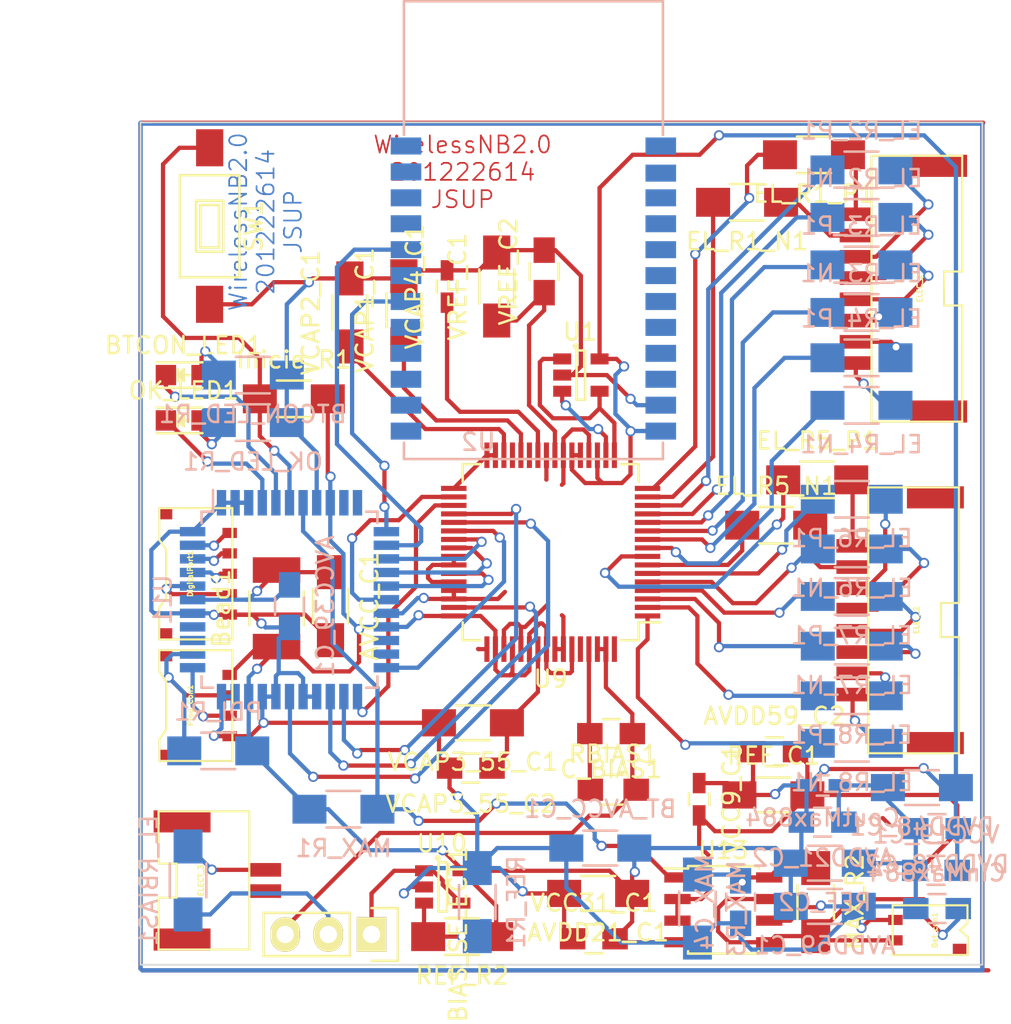
<source format=kicad_pcb>
(kicad_pcb (version 4) (host pcbnew 4.0.0-rc2-stable)
  (layers (0 F.Cu signal) (31 B.Cu signal) (34 B.Paste user) (35 F.Paste user) (36 B.SilkS user) (37 F.SilkS user) (38 B.Mask user) (39 F.Mask user) (44 Edge.Cuts user))
  (net 0 "")
  (net 1 GND)
  (net 2 /AVCC)
  (net 3 +3.3V)
  (net 4 +8V)
  (net 5 /BIAS_MID)
  (net 6 /BIAS_ELEC)
  (net 7 "Net-(BTCON_LED1-Pad2)")
  (net 8 /BTCON_LED)
  (net 9 /PORTA2)
  (net 10 /PORTA1)
  (net 11 /PORTA0)
  (net 12 /PORTA3)
  (net 13 "Net-(ELECT_3-Pad2)")
  (net 14 "Net-(ELECT_3-Pad1)")
  (net 15 "Net-(ELEC_1-Pad5)")
  (net 16 "Net-(ELEC_1-Pad4)")
  (net 17 "Net-(ELEC_1-Pad3)")
  (net 18 "Net-(ELEC_1-Pad6)")
  (net 19 "Net-(ELEC_1-Pad2)")
  (net 20 "Net-(ELEC_1-Pad7)")
  (net 21 "Net-(ELEC_1-Pad1)")
  (net 22 "Net-(ELEC_1-Pad8)")
  (net 23 "Net-(ELEC_2-Pad5)")
  (net 24 "Net-(ELEC_2-Pad4)")
  (net 25 "Net-(ELEC_2-Pad3)")
  (net 26 "Net-(ELEC_2-Pad6)")
  (net 27 "Net-(ELEC_2-Pad2)")
  (net 28 "Net-(ELEC_2-Pad7)")
  (net 29 "Net-(ELEC_2-Pad1)")
  (net 30 "Net-(ELEC_2-Pad8)")
  (net 31 /AD_IN_1N)
  (net 32 /AD_IN_1P)
  (net 33 /AD_IN_2N)
  (net 34 /AD_IN_2P)
  (net 35 /AD_IN_3N)
  (net 36 /AD_IN_3P)
  (net 37 /AD_IN_4N)
  (net 38 /AD_IN_4P)
  (net 39 /AD_IN_5N)
  (net 40 /AD_IN_5P)
  (net 41 /AD_IN_6N)
  (net 42 /AD_IN_6P)
  (net 43 /AD_IN_7N)
  (net 44 /AD_IN_7P)
  (net 45 /AD_IN_8N)
  (net 46 /AD_IN_8P)
  (net 47 /Inicie_OP)
  (net 48 "Net-(MAX_C4-Pad1)")
  (net 49 /LB_Ind)
  (net 50 "Net-(OK_LED1-Pad2)")
  (net 51 /OK_LED)
  (net 52 /PDI_CLK)
  (net 53 /PDI_DATA)
  (net 54 "Net-(REF_R1-Pad1)")
  (net 55 "Net-(U2-Pad1)")
  (net 56 "Net-(U2-Pad2)")
  (net 57 "Net-(U2-Pad3)")
  (net 58 "Net-(U2-Pad4)")
  (net 59 "Net-(U2-Pad5)")
  (net 60 /BT_TX)
  (net 61 "Net-(U2-Pad7)")
  (net 62 /BT_RX)
  (net 63 "Net-(U2-Pad9)")
  (net 64 "Net-(U2-Pad10)")
  (net 65 "Net-(U2-Pad11)")
  (net 66 "Net-(U2-Pad12)")
  (net 67 "Net-(U2-Pad13)")
  (net 68 "Net-(U2-Pad14)")
  (net 69 "Net-(U2-Pad15)")
  (net 70 "Net-(U2-Pad16)")
  (net 71 "Net-(U2-Pad17)")
  (net 72 "Net-(U2-Pad18)")
  (net 73 "Net-(U2-Pad19)")
  (net 74 "Net-(U2-Pad20)")
  (net 75 "Net-(U2-Pad21)")
  (net 76 "Net-(U2-Pad22)")
  (net 77 "Net-(U9-Pad24)")
  (net 78 "Net-(U9-Pad26)")
  (net 79 "Net-(U9-Pad27)")
  (net 80 "Net-(U9-Pad28)")
  (net 81 "Net-(U9-Pad29)")
  (net 82 "Net-(U9-Pad30)")
  (net 83 /AD_DIN_MOSI)
  (net 84 /AD_PWD_)
  (net 85 /AD_RESET_)
  (net 86 /AD_CLK)
  (net 87 /AD_START)
  (net 88 /AD_CS_)
  (net 89 /AD_SCK)
  (net 90 /AD_DOUT_MISO)
  (net 91 /AD_DRDY_)
  (net 92 "Net-(U9-Pad55)")
  (net 93 "Net-(U9-Pad60)")
  (net 94 "Net-(U9-Pad64)")
  (net 95 "Net-(U11-Pad10)")
  (net 96 "Net-(U11-Pad11)")
  (net 97 "Net-(U11-Pad20)")
  (net 98 "Net-(U11-Pad21)")
  (net 99 "Net-(U11-Pad36)")
  (net 100 "Net-(U11-Pad37)")
  (net 101 /RLDOUT)
  (net 102 /RLDINV)
  (net 103 /TASTP_PACE_OUT1)
  (net 104 /TASTN_PACE_OUT2)
  (module Capacitors_SMD:C_0805_HandSoldering (layer B.Cu) (at 145.923 70.993 90)
    (fp_text reference AVCC39_C1 (at 0 2.1 90) (layer B.SilkS) (effects (justify mirror)))
    (fp_text value 100n)
    (pad 1 smd rect (at -1.25 0 90) (size 1.5 1.25) (layers B.Cu B.Paste B.Mask) (net 1 GND))
    (pad 2 smd rect (at 1.25 0 90) (size 1.5 1.25) (layers B.Cu B.Paste B.Mask) (net 2 /AVCC))
  )
  (module Capacitors_SMD:C_1206_HandSoldering (layer F.Cu) (at 148.336 70.993 270)
    (fp_text reference AVCC_C1 (at 0 -2.3 270) (layer F.SilkS))
    (fp_text value 10u)
    (pad 1 smd rect (at -2 0 270) (size 2 1.6) (layers F.Cu F.Paste F.Mask) (net 2 /AVCC))
    (pad 2 smd rect (at 2 0 270) (size 2 1.6) (layers F.Cu F.Paste F.Mask) (net 1 GND))
  )
  (module Capacitors_SMD:C_1206_HandSoldering (layer F.Cu) (at 164.084 87.884 180)
    (fp_text reference AVDD21_C1 (at 0 -2.3 180) (layer F.SilkS))
    (fp_text value 1u)
    (pad 1 smd rect (at -2 0 180) (size 2 1.6) (layers F.Cu F.Paste F.Mask) (net 3 +3.3V))
    (pad 2 smd rect (at 2 0 180) (size 2 1.6) (layers F.Cu F.Paste F.Mask) (net 1 GND))
  )
  (module Capacitors_SMD:C_0805_HandSoldering (layer B.Cu) (at 177.292 83.693)
    (fp_text reference AVDD21_C2 (at 0 2.1) (layer B.SilkS) (effects (justify mirror)))
    (fp_text value 100n)
    (pad 1 smd rect (at -1.25 0) (size 1.5 1.25) (layers B.Cu B.Paste B.Mask) (net 3 +3.3V))
    (pad 2 smd rect (at 1.25 0) (size 1.5 1.25) (layers B.Cu B.Paste B.Mask) (net 1 GND))
  )
  (module Capacitors_SMD:C_1206_HandSoldering (layer B.Cu) (at 177.419 88.646)
    (fp_text reference AVDD59_C1 (at 0 2.3) (layer B.SilkS) (effects (justify mirror)))
    (fp_text value 1u)
    (pad 1 smd rect (at -2 0) (size 2 1.6) (layers B.Cu B.Paste B.Mask) (net 3 +3.3V))
    (pad 2 smd rect (at 2 0) (size 2 1.6) (layers B.Cu B.Paste B.Mask) (net 1 GND))
  )
  (module Capacitors_SMD:C_0805_HandSoldering (layer F.Cu) (at 174.4472 79.5528)
    (fp_text reference AVDD59_C2 (at 0 -2.1) (layer F.SilkS))
    (fp_text value 100n)
    (pad 1 smd rect (at -1.25 0) (size 1.5 1.25) (layers F.Cu F.Paste F.Mask) (net 3 +3.3V))
    (pad 2 smd rect (at 1.25 0) (size 1.5 1.25) (layers F.Cu F.Paste F.Mask) (net 1 GND))
  )
  (module Inductors_NEOSID:Neosid_Inductor_SM-NE45_SMD1812 (layer F.Cu) (at 145.161 71.12 90)
    (fp_text reference Bead1 (at 0 -3.2512 90) (layer F.SilkS))
    (fp_text value INDUCTOR)
    (pad 1 smd rect (at -2.25044 0 90) (size 1.50114 2.79908) (layers F.Cu F.Paste F.Mask) (net 3 +3.3V))
    (pad 2 smd rect (at 2.25044 0 90) (size 1.50114 2.79908) (layers F.Cu F.Paste F.Mask) (net 2 /AVCC))
  )
  (module LEDs:LED-0805 (layer F.Cu) (at 139.7 57.404)
    (fp_text reference BTCON_LED1 (at 0 -1.75) (layer F.SilkS))
    (fp_text value VERDE)
    (pad 2 smd rect (at 1.04902 0 180) (size 1.19888 1.19888) (layers F.Cu F.Paste F.Mask) (net 7 "Net-(BTCON_LED1-Pad2)"))
    (pad 1 smd rect (at -1.04902 0 180) (size 1.19888 1.19888) (layers F.Cu F.Paste F.Mask) (net 8 /BTCON_LED))
  )
  (module Resistors_SMD:R_1206_HandSoldering (layer B.Cu) (at 143.764 57.404)
    (fp_text reference BTCON_LED_R1 (at 0 2.3) (layer B.SilkS) (effects (justify mirror)))
    (fp_text value 1k)
    (pad 1 smd rect (at -2 0) (size 2 1.7) (layers B.Cu B.Paste B.Mask) (net 7 "Net-(BTCON_LED1-Pad2)"))
    (pad 2 smd rect (at 2 0) (size 2 1.7) (layers B.Cu B.Paste B.Mask) (net 1 GND))
  )
  (module Capacitors_SMD:C_1206_HandSoldering (layer B.Cu) (at 164.211 85.217 180)
    (fp_text reference BT_AVCC_C1 (at 0 2.3 180) (layer B.SilkS) (effects (justify mirror)))
    (fp_text value 10u)
    (pad 1 smd rect (at -2 0 180) (size 2 1.6) (layers B.Cu B.Paste B.Mask) (net 3 +3.3V))
    (pad 2 smd rect (at 2 0 180) (size 2 1.6) (layers B.Cu B.Paste B.Mask) (net 1 GND))
  )
  (module Capacitors_SMD:C_0805_HandSoldering (layer B.Cu) (at 184.023 88.773 180)
    (fp_text reference CinMax884 (at 0 2.1 180) (layer B.SilkS) (effects (justify mirror)))
    (fp_text value 100n)
    (pad 1 smd rect (at -1.25 0 180) (size 1.5 1.25) (layers B.Cu B.Paste B.Mask) (net 4 +8V))
    (pad 2 smd rect (at 1.25 0 180) (size 1.5 1.25) (layers B.Cu B.Paste B.Mask) (net 1 GND))
  )
  (module Capacitors_SMD:C_0603_HandSoldering (layer B.Cu) (at 177.292 81.534)
    (fp_text reference CoutMax884 (at 0 1.9) (layer B.SilkS) (effects (justify mirror)))
    (fp_text value 2.2u)
    (pad 1 smd rect (at -0.95 0) (size 1.2 0.75) (layers B.Cu B.Paste B.Mask) (net 3 +3.3V))
    (pad 2 smd rect (at 0.95 0) (size 1.2 0.75) (layers B.Cu B.Paste B.Mask) (net 1 GND))
  )
  (module Capacitors_SMD:C_0805_HandSoldering (layer F.Cu) (at 164.846 78.486 180)
    (fp_text reference C_BIAS1 (at 0 -2.1 180) (layer F.SilkS))
    (fp_text value 10n)
    (pad 1 smd rect (at -1.25 0 180) (size 1.5 1.25) (layers F.Cu F.Paste F.Mask) (net 101 /RLDOUT))
    (pad 2 smd rect (at 1.25 0 180) (size 1.5 1.25) (layers F.Cu F.Paste F.Mask) (net 102 /RLDINV))
  )
  (module NuevosModulos:Molex_78171-0005 (layer F.Cu) (at 140.843 69.088 270)
    (fp_text reference DigitalPort1 (at 0 0.762 270) (layer F.SilkS) (effects (font (size 0.3048 0.3048) (thickness 0.0762))))
    (fp_text value CONN_5 hide)
    (pad "" smd rect (at -3.55092 2.21488 270) (size 0.70104 0.8001) (layers F.Cu F.Paste F.Mask))
    (pad 3 smd rect (at 0 -1.55956 270) (size 0.59944 0.8509) (layers F.Cu F.Paste F.Mask) (net 10 /PORTA1))
    (pad 2 smd rect (at -1.19888 -1.55956 270) (size 0.59944 0.8509) (layers F.Cu F.Paste F.Mask) (net 9 /PORTA2))
    (pad "" smd rect (at 3.55092 2.21488 270) (size 0.70104 0.8001) (layers F.Cu F.Paste F.Mask))
    (pad 1 smd rect (at -2.4003 -1.55956 270) (size 0.59944 0.8509) (layers F.Cu F.Paste F.Mask) (net 12 /PORTA3))
    (pad 4 smd rect (at 1.19888 -1.55956 270) (size 0.59944 0.8509) (layers F.Cu F.Paste F.Mask) (net 11 /PORTA0))
    (pad 5 smd rect (at 2.4003 -1.55956 270) (size 0.59944 0.8509) (layers F.Cu F.Paste F.Mask) (net 1 GND))
  )
  (module Capacitors_SMD:C_1206_HandSoldering (layer B.Cu) (at 183.134 81.661)
    (fp_text reference DVDD48_C1 (at 0 2.3) (layer B.SilkS) (effects (justify mirror)))
    (fp_text value 1u)
    (pad 1 smd rect (at -2 0) (size 2 1.6) (layers B.Cu B.Paste B.Mask) (net 1 GND))
    (pad 2 smd rect (at 2 0) (size 2 1.6) (layers B.Cu B.Paste B.Mask) (net 3 +3.3V))
  )
  (module Capacitors_SMD:C_0805_HandSoldering (layer B.Cu) (at 184.023 84.074)
    (fp_text reference DVDD48_C2 (at 0 2.1) (layer B.SilkS) (effects (justify mirror)))
    (fp_text value 100n)
    (pad 1 smd rect (at -1.25 0) (size 1.5 1.25) (layers B.Cu B.Paste B.Mask) (net 1 GND))
    (pad 2 smd rect (at 1.25 0) (size 1.5 1.25) (layers B.Cu B.Paste B.Mask) (net 3 +3.3V))
  )
  (module NuevosModulos:Molex_53780_0270 (layer F.Cu) (at 141.478 87.122 270)
    (fp_text reference ELECT_3 (at 0 0.762 270) (layer F.SilkS) (effects (font (size 0.3048 0.3048) (thickness 0.0762))))
    (fp_text value CONN_2 hide)
    (pad "" smd rect (at -3.47472 1.87452 270) (size 1.30048 3.35026) (layers F.Cu F.Paste F.Mask))
    (pad 2 smd rect (at 0.62484 -2.99974 270) (size 0.8001 1.89992) (layers F.Cu F.Paste F.Mask) (net 13 "Net-(ELECT_3-Pad2)"))
    (pad 1 smd rect (at -0.62484 -2.99974 270) (size 0.8001 1.89992) (layers F.Cu F.Paste F.Mask) (net 14 "Net-(ELECT_3-Pad1)"))
    (pad "" smd rect (at 3.47472 1.87452 270) (size 1.30048 3.35026) (layers F.Cu F.Paste F.Mask))
  )
  (module NuevosModulos:Molex_53780_0870 (layer F.Cu) (at 182.245 52.324 90)
    (fp_text reference ELEC_1 (at 0 0.762 90) (layer F.SilkS) (effects (font (size 0.3048 0.3048) (thickness 0.0762))))
    (fp_text value CONN_8 hide)
    (pad "" smd rect (at -7.22376 1.87452 90) (size 1.30048 3.35026) (layers F.Cu F.Paste F.Mask))
    (pad 5 smd rect (at 0.62484 -2.99974 90) (size 0.8001 1.89992) (layers F.Cu F.Paste F.Mask) (net 15 "Net-(ELEC_1-Pad5)"))
    (pad 4 smd rect (at -0.62484 -2.99974 90) (size 0.8001 1.89992) (layers F.Cu F.Paste F.Mask) (net 16 "Net-(ELEC_1-Pad4)"))
    (pad "" smd rect (at 7.22376 1.87452 90) (size 1.30048 3.35026) (layers F.Cu F.Paste F.Mask))
    (pad 3 smd rect (at -1.87452 -2.99974 90) (size 0.8001 1.89992) (layers F.Cu F.Paste F.Mask) (net 17 "Net-(ELEC_1-Pad3)"))
    (pad 6 smd rect (at 1.87452 -2.99974 90) (size 0.8001 1.89992) (layers F.Cu F.Paste F.Mask) (net 18 "Net-(ELEC_1-Pad6)"))
    (pad 2 smd rect (at -3.1242 -2.99974 90) (size 0.8001 1.89992) (layers F.Cu F.Paste F.Mask) (net 19 "Net-(ELEC_1-Pad2)"))
    (pad 7 smd rect (at 3.1242 -2.99974 90) (size 0.8001 1.89992) (layers F.Cu F.Paste F.Mask) (net 20 "Net-(ELEC_1-Pad7)"))
    (pad 1 smd rect (at -4.37388 -2.99974 90) (size 0.8001 1.89992) (layers F.Cu F.Paste F.Mask) (net 21 "Net-(ELEC_1-Pad1)"))
    (pad 8 smd rect (at 4.37388 -2.99974 90) (size 0.8001 1.89992) (layers F.Cu F.Paste F.Mask) (net 22 "Net-(ELEC_1-Pad8)"))
  )
  (module NuevosModulos:Molex_53780_0870 (layer F.Cu) (at 182.0545 71.8185 90)
    (fp_text reference ELEC_2 (at 0 0.762 90) (layer F.SilkS) (effects (font (size 0.3048 0.3048) (thickness 0.0762))))
    (fp_text value CONN_8 hide)
    (pad "" smd rect (at -7.22376 1.87452 90) (size 1.30048 3.35026) (layers F.Cu F.Paste F.Mask))
    (pad 5 smd rect (at 0.62484 -2.99974 90) (size 0.8001 1.89992) (layers F.Cu F.Paste F.Mask) (net 23 "Net-(ELEC_2-Pad5)"))
    (pad 4 smd rect (at -0.62484 -2.99974 90) (size 0.8001 1.89992) (layers F.Cu F.Paste F.Mask) (net 24 "Net-(ELEC_2-Pad4)"))
    (pad "" smd rect (at 7.22376 1.87452 90) (size 1.30048 3.35026) (layers F.Cu F.Paste F.Mask))
    (pad 3 smd rect (at -1.87452 -2.99974 90) (size 0.8001 1.89992) (layers F.Cu F.Paste F.Mask) (net 25 "Net-(ELEC_2-Pad3)"))
    (pad 6 smd rect (at 1.87452 -2.99974 90) (size 0.8001 1.89992) (layers F.Cu F.Paste F.Mask) (net 26 "Net-(ELEC_2-Pad6)"))
    (pad 2 smd rect (at -3.1242 -2.99974 90) (size 0.8001 1.89992) (layers F.Cu F.Paste F.Mask) (net 27 "Net-(ELEC_2-Pad2)"))
    (pad 7 smd rect (at 3.1242 -2.99974 90) (size 0.8001 1.89992) (layers F.Cu F.Paste F.Mask) (net 28 "Net-(ELEC_2-Pad7)"))
    (pad 1 smd rect (at -4.37388 -2.99974 90) (size 0.8001 1.89992) (layers F.Cu F.Paste F.Mask) (net 29 "Net-(ELEC_2-Pad1)"))
    (pad 8 smd rect (at 4.37388 -2.99974 90) (size 0.8001 1.89992) (layers F.Cu F.Paste F.Mask) (net 30 "Net-(ELEC_2-Pad8)"))
  )
  (module Resistors_SMD:R_1206_HandSoldering (layer F.Cu) (at 172.847 47.244 180)
    (fp_text reference EL_R1_N1 (at 0 -2.3 180) (layer F.SilkS))
    (fp_text value 4.99k)
    (pad 1 smd rect (at -2 0 180) (size 2 1.7) (layers F.Cu F.Paste F.Mask) (net 20 "Net-(ELEC_1-Pad7)"))
    (pad 2 smd rect (at 2 0 180) (size 2 1.7) (layers F.Cu F.Paste F.Mask) (net 31 /AD_IN_1N))
  )
  (module Resistors_SMD:R_1206_HandSoldering (layer F.Cu) (at 176.784 44.45 180)
    (fp_text reference EL_R1_P1 (at 0 -2.3 180) (layer F.SilkS))
    (fp_text value 4.99k)
    (pad 1 smd rect (at -2 0 180) (size 2 1.7) (layers F.Cu F.Paste F.Mask) (net 22 "Net-(ELEC_1-Pad8)"))
    (pad 2 smd rect (at 2 0 180) (size 2 1.7) (layers F.Cu F.Paste F.Mask) (net 32 /AD_IN_1P))
  )
  (module Resistors_SMD:R_1206_HandSoldering (layer B.Cu) (at 179.578 48.133 180)
    (fp_text reference EL_R2_N1 (at 0 2.3 180) (layer B.SilkS) (effects (justify mirror)))
    (fp_text value 4.99k)
    (pad 1 smd rect (at -2 0 180) (size 2 1.7) (layers B.Cu B.Paste B.Mask) (net 15 "Net-(ELEC_1-Pad5)"))
    (pad 2 smd rect (at 2 0 180) (size 2 1.7) (layers B.Cu B.Paste B.Mask) (net 33 /AD_IN_2N))
  )
  (module Resistors_SMD:R_1206_HandSoldering (layer B.Cu) (at 179.578 45.339 180)
    (fp_text reference EL_R2_P1 (at 0 2.3 180) (layer B.SilkS) (effects (justify mirror)))
    (fp_text value 4.99k)
    (pad 1 smd rect (at -2 0 180) (size 2 1.7) (layers B.Cu B.Paste B.Mask) (net 18 "Net-(ELEC_1-Pad6)"))
    (pad 2 smd rect (at 2 0 180) (size 2 1.7) (layers B.Cu B.Paste B.Mask) (net 34 /AD_IN_2P))
  )
  (module Resistors_SMD:R_1206_HandSoldering (layer B.Cu) (at 179.578 53.721 180)
    (fp_text reference EL_R3_N1 (at 0 2.3 180) (layer B.SilkS) (effects (justify mirror)))
    (fp_text value 4.99k)
    (pad 1 smd rect (at -2 0 180) (size 2 1.7) (layers B.Cu B.Paste B.Mask) (net 17 "Net-(ELEC_1-Pad3)"))
    (pad 2 smd rect (at 2 0 180) (size 2 1.7) (layers B.Cu B.Paste B.Mask) (net 35 /AD_IN_3N))
  )
  (module Resistors_SMD:R_1206_HandSoldering (layer B.Cu) (at 179.578 50.927 180)
    (fp_text reference EL_R3_P1 (at 0 2.3 180) (layer B.SilkS) (effects (justify mirror)))
    (fp_text value 4.99k)
    (pad 1 smd rect (at -2 0 180) (size 2 1.7) (layers B.Cu B.Paste B.Mask) (net 16 "Net-(ELEC_1-Pad4)"))
    (pad 2 smd rect (at 2 0 180) (size 2 1.7) (layers B.Cu B.Paste B.Mask) (net 36 /AD_IN_3P))
  )
  (module Resistors_SMD:R_1206_HandSoldering (layer B.Cu) (at 179.578 59.182)
    (fp_text reference EL_R4_N1 (at 0 2.3) (layer B.SilkS) (effects (justify mirror)))
    (fp_text value 4.99k)
    (pad 1 smd rect (at -2 0) (size 2 1.7) (layers B.Cu B.Paste B.Mask) (net 37 /AD_IN_4N))
    (pad 2 smd rect (at 2 0) (size 2 1.7) (layers B.Cu B.Paste B.Mask) (net 21 "Net-(ELEC_1-Pad1)"))
  )
  (module Resistors_SMD:R_1206_HandSoldering (layer B.Cu) (at 179.578 56.388 180)
    (fp_text reference EL_R4_P1 (at 0 2.3 180) (layer B.SilkS) (effects (justify mirror)))
    (fp_text value 4.99k)
    (pad 1 smd rect (at -2 0 180) (size 2 1.7) (layers B.Cu B.Paste B.Mask) (net 19 "Net-(ELEC_1-Pad2)"))
    (pad 2 smd rect (at 2 0 180) (size 2 1.7) (layers B.Cu B.Paste B.Mask) (net 38 /AD_IN_4P))
  )
  (module Resistors_SMD:R_1206_HandSoldering (layer F.Cu) (at 174.5615 66.2305)
    (fp_text reference EL_R5_N1 (at 0 -2.3) (layer F.SilkS))
    (fp_text value 4.99k)
    (pad 1 smd rect (at -2 0) (size 2 1.7) (layers F.Cu F.Paste F.Mask) (net 39 /AD_IN_5N))
    (pad 2 smd rect (at 2 0) (size 2 1.7) (layers F.Cu F.Paste F.Mask) (net 28 "Net-(ELEC_2-Pad7)"))
  )
  (module Resistors_SMD:R_1206_HandSoldering (layer F.Cu) (at 176.9745 63.5635)
    (fp_text reference EL_R5_P1 (at 0 -2.3) (layer F.SilkS))
    (fp_text value 4.99k)
    (pad 1 smd rect (at -2 0) (size 2 1.7) (layers F.Cu F.Paste F.Mask) (net 40 /AD_IN_5P))
    (pad 2 smd rect (at 2 0) (size 2 1.7) (layers F.Cu F.Paste F.Mask) (net 30 "Net-(ELEC_2-Pad8)"))
  )
  (module Resistors_SMD:R_1206_HandSoldering (layer B.Cu) (at 179.0065 67.6275)
    (fp_text reference EL_R6_N1 (at 0 2.3) (layer B.SilkS) (effects (justify mirror)))
    (fp_text value 4.99k)
    (pad 1 smd rect (at -2 0) (size 2 1.7) (layers B.Cu B.Paste B.Mask) (net 41 /AD_IN_6N))
    (pad 2 smd rect (at 2 0) (size 2 1.7) (layers B.Cu B.Paste B.Mask) (net 23 "Net-(ELEC_2-Pad5)"))
  )
  (module Resistors_SMD:R_1206_HandSoldering (layer B.Cu) (at 179.0065 64.7065)
    (fp_text reference EL_R6_P1 (at 0 2.3) (layer B.SilkS) (effects (justify mirror)))
    (fp_text value 4.99k)
    (pad 1 smd rect (at -2 0) (size 2 1.7) (layers B.Cu B.Paste B.Mask) (net 42 /AD_IN_6P))
    (pad 2 smd rect (at 2 0) (size 2 1.7) (layers B.Cu B.Paste B.Mask) (net 26 "Net-(ELEC_2-Pad6)"))
  )
  (module Resistors_SMD:R_1206_HandSoldering (layer B.Cu) (at 179.0065 73.3425)
    (fp_text reference EL_R7_N1 (at 0 2.3) (layer B.SilkS) (effects (justify mirror)))
    (fp_text value 4.99k)
    (pad 1 smd rect (at -2 0) (size 2 1.7) (layers B.Cu B.Paste B.Mask) (net 43 /AD_IN_7N))
    (pad 2 smd rect (at 2 0) (size 2 1.7) (layers B.Cu B.Paste B.Mask) (net 25 "Net-(ELEC_2-Pad3)"))
  )
  (module Resistors_SMD:R_1206_HandSoldering (layer B.Cu) (at 179.0065 70.4215)
    (fp_text reference EL_R7_P1 (at 0 2.3) (layer B.SilkS) (effects (justify mirror)))
    (fp_text value 4.99k)
    (pad 1 smd rect (at -2 0) (size 2 1.7) (layers B.Cu B.Paste B.Mask) (net 44 /AD_IN_7P))
    (pad 2 smd rect (at 2 0) (size 2 1.7) (layers B.Cu B.Paste B.Mask) (net 24 "Net-(ELEC_2-Pad4)"))
  )
  (module Resistors_SMD:R_1206_HandSoldering (layer B.Cu) (at 179.0065 79.0575)
    (fp_text reference EL_R8_N1 (at 0 2.3) (layer B.SilkS) (effects (justify mirror)))
    (fp_text value 4.99k)
    (pad 1 smd rect (at -2 0) (size 2 1.7) (layers B.Cu B.Paste B.Mask) (net 45 /AD_IN_8N))
    (pad 2 smd rect (at 2 0) (size 2 1.7) (layers B.Cu B.Paste B.Mask) (net 29 "Net-(ELEC_2-Pad1)"))
  )
  (module Resistors_SMD:R_1206_HandSoldering (layer B.Cu) (at 179.0065 76.2635)
    (fp_text reference EL_R8_P1 (at 0 2.3) (layer B.SilkS) (effects (justify mirror)))
    (fp_text value 4.99k)
    (pad 1 smd rect (at -2 0) (size 2 1.7) (layers B.Cu B.Paste B.Mask) (net 46 /AD_IN_8P))
    (pad 2 smd rect (at 2 0) (size 2 1.7) (layers B.Cu B.Paste B.Mask) (net 27 "Net-(ELEC_2-Pad2)"))
  )
  (module Resistors_SMD:R_1206_HandSoldering (layer B.Cu) (at 139.954 87.122 270)
    (fp_text reference EL_RBIAS1 (at 0 2.3 270) (layer B.SilkS) (effects (justify mirror)))
    (fp_text value 4.99k)
    (pad 1 smd rect (at -2 0 270) (size 2 1.7) (layers B.Cu B.Paste B.Mask) (net 14 "Net-(ELECT_3-Pad1)"))
    (pad 2 smd rect (at 2 0 270) (size 2 1.7) (layers B.Cu B.Paste B.Mask) (net 6 /BIAS_ELEC))
  )
  (module Resistors_SMD:R_1206_HandSoldering (layer F.Cu) (at 146.177 58.801)
    (fp_text reference Inicie_R1 (at 0 -2.3) (layer F.SilkS))
    (fp_text value 10k)
    (pad 1 smd rect (at -2 0) (size 2 1.7) (layers F.Cu F.Paste F.Mask) (net 47 /Inicie_OP))
    (pad 2 smd rect (at 2 0) (size 2 1.7) (layers F.Cu F.Paste F.Mask) (net 3 +3.3V))
  )
  (module Capacitors_SMD:C_0805_HandSoldering (layer B.Cu) (at 172.466 88.392 270)
    (fp_text reference MAX_C4 (at 0 2.1 270) (layer B.SilkS) (effects (justify mirror)))
    (fp_text value 10n)
    (pad 1 smd rect (at -1.25 0 270) (size 1.5 1.25) (layers B.Cu B.Paste B.Mask) (net 48 "Net-(MAX_C4-Pad1)"))
    (pad 2 smd rect (at 1.25 0 270) (size 1.5 1.25) (layers B.Cu B.Paste B.Mask) (net 1 GND))
  )
  (module Resistors_SMD:R_1206_HandSoldering (layer B.Cu) (at 149.098 82.931)
    (fp_text reference MAX_R1 (at 0 2.3) (layer B.SilkS) (effects (justify mirror)))
    (fp_text value 10k)
    (pad 1 smd rect (at -2 0) (size 2 1.7) (layers B.Cu B.Paste B.Mask) (net 3 +3.3V))
    (pad 2 smd rect (at 2 0) (size 2 1.7) (layers B.Cu B.Paste B.Mask) (net 49 /LB_Ind))
  )
  (module Resistors_SMD:R_1206_HandSoldering (layer F.Cu) (at 176.8856 88.392 270)
    (fp_text reference MAX_R2 (at 0 -2.3 270) (layer F.SilkS))
    (fp_text value 1.5k)
    (pad 1 smd rect (at -2 0 270) (size 2 1.7) (layers F.Cu F.Paste F.Mask) (net 48 "Net-(MAX_C4-Pad1)"))
    (pad 2 smd rect (at 2 0 270) (size 2 1.7) (layers F.Cu F.Paste F.Mask) (net 4 +8V))
  )
  (module Resistors_SMD:R_1206_HandSoldering (layer B.Cu) (at 169.926 88.773 90)
    (fp_text reference MAX_R3 (at 0 2.3 90) (layer B.SilkS) (effects (justify mirror)))
    (fp_text value 1k)
    (pad 1 smd rect (at -2 0 90) (size 2 1.7) (layers B.Cu B.Paste B.Mask) (net 1 GND))
    (pad 2 smd rect (at 2 0 90) (size 2 1.7) (layers B.Cu B.Paste B.Mask) (net 48 "Net-(MAX_C4-Pad1)"))
  )
  (module LEDs:LED-0805 (layer F.Cu) (at 139.7 60.071)
    (fp_text reference OK_LED1 (at 0 -1.75) (layer F.SilkS))
    (fp_text value ROJO)
    (pad 2 smd rect (at 1.04902 0 180) (size 1.19888 1.19888) (layers F.Cu F.Paste F.Mask) (net 50 "Net-(OK_LED1-Pad2)"))
    (pad 1 smd rect (at -1.04902 0 180) (size 1.19888 1.19888) (layers F.Cu F.Paste F.Mask) (net 51 /OK_LED))
  )
  (module Resistors_SMD:R_1206_HandSoldering (layer B.Cu) (at 143.764 60.198)
    (fp_text reference OK_LED_R1 (at 0 2.3) (layer B.SilkS) (effects (justify mirror)))
    (fp_text value 1k)
    (pad 1 smd rect (at -2 0) (size 2 1.7) (layers B.Cu B.Paste B.Mask) (net 50 "Net-(OK_LED1-Pad2)"))
    (pad 2 smd rect (at 2 0) (size 2 1.7) (layers B.Cu B.Paste B.Mask) (net 1 GND))
  )
  (module Resistors_SMD:R_1206_HandSoldering (layer B.Cu) (at 141.732 79.502 180)
    (fp_text reference PDI_R1 (at 0 2.3 180) (layer B.SilkS) (effects (justify mirror)))
    (fp_text value 10k)
    (pad 1 smd rect (at -2 0 180) (size 2 1.7) (layers B.Cu B.Paste B.Mask) (net 3 +3.3V))
    (pad 2 smd rect (at 2 0 180) (size 2 1.7) (layers B.Cu B.Paste B.Mask) (net 52 /PDI_CLK))
  )
  (module NuevosModulos:Molex_78171-0004 (layer F.Cu) (at 140.843 76.835 270)
    (fp_text reference Prog_Con1 (at 0 0.762 270) (layer F.SilkS) (effects (font (size 0.3048 0.3048) (thickness 0.0762))))
    (fp_text value CONN_4 hide)
    (pad "" smd rect (at -2.94894 2.21488 270) (size 0.70104 0.8001) (layers F.Cu F.Paste F.Mask))
    (pad 3 smd rect (at 0.59944 -1.55956 270) (size 0.59944 0.8509) (layers F.Cu F.Paste F.Mask) (net 53 /PDI_DATA))
    (pad 2 smd rect (at -0.59944 -1.55956 270) (size 0.59944 0.8509) (layers F.Cu F.Paste F.Mask) (net 52 /PDI_CLK))
    (pad "" smd rect (at 2.94894 2.21488 270) (size 0.70104 0.8001) (layers F.Cu F.Paste F.Mask))
    (pad 1 smd rect (at -1.80086 -1.55956 270) (size 0.59944 0.8509) (layers F.Cu F.Paste F.Mask) (net 3 +3.3V))
    (pad 4 smd rect (at 1.80086 -1.55956 270) (size 0.59944 0.8509) (layers F.Cu F.Paste F.Mask) (net 1 GND))
  )
  (module Resistors_SMD:R_0805_HandSoldering (layer F.Cu) (at 164.973 81.788)
    (fp_text reference RBIAS1 (at 0 -2.1) (layer F.SilkS))
    (fp_text value 159k)
    (pad 1 smd rect (at -1.35 0) (size 1.5 1.3) (layers F.Cu F.Paste F.Mask) (net 102 /RLDINV))
    (pad 2 smd rect (at 1.35 0) (size 1.5 1.3) (layers F.Cu F.Paste F.Mask) (net 101 /RLDOUT))
  )
  (module Capacitors_SMD:C_1206_HandSoldering (layer F.Cu) (at 174.3964 82.0928)
    (fp_text reference REF_C1 (at 0 -2.3) (layer F.SilkS))
    (fp_text value 1u)
    (pad 1 smd rect (at -2 0) (size 2 1.6) (layers F.Cu F.Paste F.Mask) (net 3 +3.3V))
    (pad 2 smd rect (at 2 0) (size 2 1.6) (layers F.Cu F.Paste F.Mask) (net 1 GND))
  )
  (module Capacitors_SMD:C_1206_HandSoldering (layer B.Cu) (at 177.419 86.106)
    (fp_text reference REF_C2 (at 0 2.3) (layer B.SilkS) (effects (justify mirror)))
    (fp_text value 1u)
    (pad 1 smd rect (at -2 0) (size 2 1.6) (layers B.Cu B.Paste B.Mask) (net 3 +3.3V))
    (pad 2 smd rect (at 2 0) (size 2 1.6) (layers B.Cu B.Paste B.Mask) (net 1 GND))
  )
  (module Resistors_SMD:R_1206_HandSoldering (layer B.Cu) (at 156.972 88.392 90)
    (fp_text reference REF_R1 (at 0 2.3 90) (layer B.SilkS) (effects (justify mirror)))
    (fp_text value 2M)
    (pad 1 smd rect (at -2 0 90) (size 2 1.7) (layers B.Cu B.Paste B.Mask) (net 54 "Net-(REF_R1-Pad1)"))
    (pad 2 smd rect (at 2 0 90) (size 2 1.7) (layers B.Cu B.Paste B.Mask) (net 1 GND))
  )
  (module Resistors_SMD:R_1206_HandSoldering (layer F.Cu) (at 156.083 90.424 180)
    (fp_text reference REF_R2 (at 0 -2.3 180) (layer F.SilkS))
    (fp_text value 2M)
    (pad 1 smd rect (at -2 0 180) (size 2 1.7) (layers F.Cu F.Paste F.Mask) (net 3 +3.3V))
    (pad 2 smd rect (at 2 0 180) (size 2 1.7) (layers F.Cu F.Paste F.Mask) (net 54 "Net-(REF_R1-Pad1)"))
  )
  (module TO_SOT_Packages_SMD:SOT-23-5 (layer F.Cu) (at 163.068 57.404)
    (fp_text reference U1 (at -0.05 -2.55) (layer F.SilkS))
    (fp_text value OPA376)
    (pad 1 smd rect (at -1.1 -0.95) (size 1.06 0.65) (layers F.Cu F.Paste F.Mask) (net 103 /TASTP_PACE_OUT1))
    (pad 2 smd rect (at -1.1 0) (size 1.06 0.65) (layers F.Cu F.Paste F.Mask) (net 1 GND))
    (pad 3 smd rect (at -1.1 0.95) (size 1.06 0.65) (layers F.Cu F.Paste F.Mask) (net 104 /TASTN_PACE_OUT2))
    (pad 4 smd rect (at 1.1 0.95) (size 1.06 0.65) (layers F.Cu F.Paste F.Mask) (net 103 /TASTP_PACE_OUT1))
    (pad 5 smd rect (at 1.1 -0.95) (size 1.06 0.65) (layers F.Cu F.Paste F.Mask) (net 3 +3.3V))
  )
  (module Housings_QFP:TQFP-64_10x10mm_Pitch0.5mm (layer F.Cu) (at 161.29 67.818 180)
    (fp_text reference U9 (at 0 -7.45 180) (layer F.SilkS))
    (fp_text value ADS1298)
    (pad 1 smd rect (at -5.7 -3.75 180) (size 1.5 0.3) (layers F.Cu F.Paste F.Mask) (net 45 /AD_IN_8N))
    (pad 2 smd rect (at -5.7 -3.25 180) (size 1.5 0.3) (layers F.Cu F.Paste F.Mask) (net 46 /AD_IN_8P))
    (pad 3 smd rect (at -5.7 -2.75 180) (size 1.5 0.3) (layers F.Cu F.Paste F.Mask) (net 43 /AD_IN_7N))
    (pad 4 smd rect (at -5.7 -2.25 180) (size 1.5 0.3) (layers F.Cu F.Paste F.Mask) (net 44 /AD_IN_7P))
    (pad 5 smd rect (at -5.7 -1.75 180) (size 1.5 0.3) (layers F.Cu F.Paste F.Mask) (net 41 /AD_IN_6N))
    (pad 6 smd rect (at -5.7 -1.25 180) (size 1.5 0.3) (layers F.Cu F.Paste F.Mask) (net 42 /AD_IN_6P))
    (pad 7 smd rect (at -5.7 -0.75 180) (size 1.5 0.3) (layers F.Cu F.Paste F.Mask) (net 39 /AD_IN_5N))
    (pad 8 smd rect (at -5.7 -0.25 180) (size 1.5 0.3) (layers F.Cu F.Paste F.Mask) (net 40 /AD_IN_5P))
    (pad 9 smd rect (at -5.7 0.25 180) (size 1.5 0.3) (layers F.Cu F.Paste F.Mask) (net 37 /AD_IN_4N))
    (pad 10 smd rect (at -5.7 0.75 180) (size 1.5 0.3) (layers F.Cu F.Paste F.Mask) (net 38 /AD_IN_4P))
    (pad 11 smd rect (at -5.7 1.25 180) (size 1.5 0.3) (layers F.Cu F.Paste F.Mask) (net 35 /AD_IN_3N))
    (pad 12 smd rect (at -5.7 1.75 180) (size 1.5 0.3) (layers F.Cu F.Paste F.Mask) (net 36 /AD_IN_3P))
    (pad 13 smd rect (at -5.7 2.25 180) (size 1.5 0.3) (layers F.Cu F.Paste F.Mask) (net 33 /AD_IN_2N))
    (pad 14 smd rect (at -5.7 2.75 180) (size 1.5 0.3) (layers F.Cu F.Paste F.Mask) (net 34 /AD_IN_2P))
    (pad 15 smd rect (at -5.7 3.25 180) (size 1.5 0.3) (layers F.Cu F.Paste F.Mask) (net 31 /AD_IN_1N))
    (pad 16 smd rect (at -5.7 3.75 180) (size 1.5 0.3) (layers F.Cu F.Paste F.Mask) (net 32 /AD_IN_1P))
    (pad 17 smd rect (at -3.75 5.7 270) (size 1.5 0.3) (layers F.Cu F.Paste F.Mask) (net 103 /TASTP_PACE_OUT1))
    (pad 18 smd rect (at -3.25 5.7 270) (size 1.5 0.3) (layers F.Cu F.Paste F.Mask) (net 104 /TASTN_PACE_OUT2))
    (pad 19 smd rect (at -2.75 5.7 270) (size 1.5 0.3) (layers F.Cu F.Paste F.Mask) (net 3 +3.3V))
    (pad 20 smd rect (at -2.25 5.7 270) (size 1.5 0.3) (layers F.Cu F.Paste F.Mask) (net 1 GND))
    (pad 21 smd rect (at -1.75 5.7 270) (size 1.5 0.3) (layers F.Cu F.Paste F.Mask) (net 3 +3.3V))
    (pad 22 smd rect (at -1.25 5.7 270) (size 1.5 0.3) (layers F.Cu F.Paste F.Mask) (net 3 +3.3V))
    (pad 23 smd rect (at -0.75 5.7 270) (size 1.5 0.3) (layers F.Cu F.Paste F.Mask) (net 1 GND))
    (pad 24 smd rect (at -0.25 5.7 270) (size 1.5 0.3) (layers F.Cu F.Paste F.Mask) (net 77 "Net-(U9-Pad24)"))
    (pad 25 smd rect (at 0.25 5.7 270) (size 1.5 0.3) (layers F.Cu F.Paste F.Mask) (net 1 GND))
    (pad 26 smd rect (at 0.75 5.7 270) (size 1.5 0.3) (layers F.Cu F.Paste F.Mask) (net 78 "Net-(U9-Pad26)"))
    (pad 27 smd rect (at 1.25 5.7 270) (size 1.5 0.3) (layers F.Cu F.Paste F.Mask) (net 79 "Net-(U9-Pad27)"))
    (pad 28 smd rect (at 1.75 5.7 270) (size 1.5 0.3) (layers F.Cu F.Paste F.Mask) (net 80 "Net-(U9-Pad28)"))
    (pad 29 smd rect (at 2.25 5.7 270) (size 1.5 0.3) (layers F.Cu F.Paste F.Mask) (net 81 "Net-(U9-Pad29)"))
    (pad 30 smd rect (at 2.75 5.7 270) (size 1.5 0.3) (layers F.Cu F.Paste F.Mask) (net 82 "Net-(U9-Pad30)"))
    (pad 31 smd rect (at 3.25 5.7 270) (size 1.5 0.3) (layers F.Cu F.Paste F.Mask) (net 1 GND))
    (pad 32 smd rect (at 3.75 5.7 270) (size 1.5 0.3) (layers F.Cu F.Paste F.Mask) (net 1 GND))
    (pad 33 smd rect (at 5.7 3.75 180) (size 1.5 0.3) (layers F.Cu F.Paste F.Mask) (net 1 GND))
    (pad 34 smd rect (at 5.7 3.25 180) (size 1.5 0.3) (layers F.Cu F.Paste F.Mask) (net 83 /AD_DIN_MOSI))
    (pad 35 smd rect (at 5.7 2.75 180) (size 1.5 0.3) (layers F.Cu F.Paste F.Mask) (net 84 /AD_PWD_))
    (pad 36 smd rect (at 5.7 2.25 180) (size 1.5 0.3) (layers F.Cu F.Paste F.Mask) (net 85 /AD_RESET_))
    (pad 37 smd rect (at 5.7 1.75 180) (size 1.5 0.3) (layers F.Cu F.Paste F.Mask) (net 86 /AD_CLK))
    (pad 38 smd rect (at 5.7 1.25 180) (size 1.5 0.3) (layers F.Cu F.Paste F.Mask) (net 87 /AD_START))
    (pad 39 smd rect (at 5.7 0.75 180) (size 1.5 0.3) (layers F.Cu F.Paste F.Mask) (net 88 /AD_CS_))
    (pad 40 smd rect (at 5.7 0.25 180) (size 1.5 0.3) (layers F.Cu F.Paste F.Mask) (net 89 /AD_SCK))
    (pad 41 smd rect (at 5.7 -0.25 180) (size 1.5 0.3) (layers F.Cu F.Paste F.Mask) (net 1 GND))
    (pad 42 smd rect (at 5.7 -0.75 180) (size 1.5 0.3) (layers F.Cu F.Paste F.Mask) (net 1 GND))
    (pad 43 smd rect (at 5.7 -1.25 180) (size 1.5 0.3) (layers F.Cu F.Paste F.Mask) (net 90 /AD_DOUT_MISO))
    (pad 44 smd rect (at 5.7 -1.75 180) (size 1.5 0.3) (layers F.Cu F.Paste F.Mask) (net 1 GND))
    (pad 45 smd rect (at 5.7 -2.25 180) (size 1.5 0.3) (layers F.Cu F.Paste F.Mask) (net 1 GND))
    (pad 46 smd rect (at 5.7 -2.75 180) (size 1.5 0.3) (layers F.Cu F.Paste F.Mask) (net 1 GND))
    (pad 47 smd rect (at 5.7 -3.25 180) (size 1.5 0.3) (layers F.Cu F.Paste F.Mask) (net 91 /AD_DRDY_))
    (pad 48 smd rect (at 5.7 -3.75 180) (size 1.5 0.3) (layers F.Cu F.Paste F.Mask) (net 3 +3.3V))
    (pad 49 smd rect (at 3.75 -5.7 270) (size 1.5 0.3) (layers F.Cu F.Paste F.Mask) (net 1 GND))
    (pad 50 smd rect (at 3.25 -5.7 270) (size 1.5 0.3) (layers F.Cu F.Paste F.Mask) (net 3 +3.3V))
    (pad 51 smd rect (at 2.75 -5.7 270) (size 1.5 0.3) (layers F.Cu F.Paste F.Mask) (net 1 GND))
    (pad 52 smd rect (at 2.25 -5.7 270) (size 1.5 0.3) (layers F.Cu F.Paste F.Mask) (net 3 +3.3V))
    (pad 53 smd rect (at 1.75 -5.7 270) (size 1.5 0.3) (layers F.Cu F.Paste F.Mask) (net 1 GND))
    (pad 54 smd rect (at 1.25 -5.7 270) (size 1.5 0.3) (layers F.Cu F.Paste F.Mask) (net 3 +3.3V))
    (pad 55 smd rect (at 0.75 -5.7 270) (size 1.5 0.3) (layers F.Cu F.Paste F.Mask) (net 92 "Net-(U9-Pad55)"))
    (pad 56 smd rect (at 0.25 -5.7 270) (size 1.5 0.3) (layers F.Cu F.Paste F.Mask) (net 3 +3.3V))
    (pad 57 smd rect (at -0.25 -5.7 270) (size 1.5 0.3) (layers F.Cu F.Paste F.Mask) (net 1 GND))
    (pad 58 smd rect (at -0.75 -5.7 270) (size 1.5 0.3) (layers F.Cu F.Paste F.Mask) (net 1 GND))
    (pad 59 smd rect (at -1.25 -5.7 270) (size 1.5 0.3) (layers F.Cu F.Paste F.Mask) (net 3 +3.3V))
    (pad 60 smd rect (at -1.75 -5.7 270) (size 1.5 0.3) (layers F.Cu F.Paste F.Mask) (net 93 "Net-(U9-Pad60)"))
    (pad 61 smd rect (at -2.25 -5.7 270) (size 1.5 0.3) (layers F.Cu F.Paste F.Mask) (net 102 /RLDINV))
    (pad 62 smd rect (at -2.75 -5.7 270) (size 1.5 0.3) (layers F.Cu F.Paste F.Mask) (net 101 /RLDOUT))
    (pad 63 smd rect (at -3.25 -5.7 270) (size 1.5 0.3) (layers F.Cu F.Paste F.Mask) (net 101 /RLDOUT))
    (pad 64 smd rect (at -3.75 -5.7 270) (size 1.5 0.3) (layers F.Cu F.Paste F.Mask) (net 94 "Net-(U9-Pad64)"))
  )
  (module TO_SOT_Packages_SMD:SOT-23-5 (layer F.Cu) (at 154.94 87.503)
    (fp_text reference U10 (at -0.05 -2.55) (layer F.SilkS))
    (fp_text value OPA376)
    (pad 1 smd rect (at -1.1 -0.95) (size 1.06 0.65) (layers F.Cu F.Paste F.Mask) (net 5 /BIAS_MID))
    (pad 2 smd rect (at -1.1 0) (size 1.06 0.65) (layers F.Cu F.Paste F.Mask) (net 1 GND))
    (pad 3 smd rect (at -1.1 0.95) (size 1.06 0.65) (layers F.Cu F.Paste F.Mask) (net 54 "Net-(REF_R1-Pad1)"))
    (pad 4 smd rect (at 1.1 0.95) (size 1.06 0.65) (layers F.Cu F.Paste F.Mask) (net 5 /BIAS_MID))
    (pad 5 smd rect (at 1.1 -0.95) (size 1.06 0.65) (layers F.Cu F.Paste F.Mask) (net 3 +3.3V))
  )
  (module Housings_QFP:TQFP-44_10x10mm_Pitch0.8mm (layer B.Cu) (at 145.923 70.612 270)
    (fp_text reference U11 (at 0 7.45 270) (layer B.SilkS) (effects (justify mirror)))
    (fp_text value ATXMEGA128A4U)
    (pad 1 smd rect (at -5.7 4 270) (size 1.5 0.55) (layers B.Cu B.Paste B.Mask) (net 1 GND))
    (pad 2 smd rect (at -5.7 3.2 270) (size 1.5 0.55) (layers B.Cu B.Paste B.Mask) (net 1 GND))
    (pad 3 smd rect (at -5.7 2.4 270) (size 1.5 0.55) (layers B.Cu B.Paste B.Mask) (net 1 GND))
    (pad 4 smd rect (at -5.7 1.6 270) (size 1.5 0.55) (layers B.Cu B.Paste B.Mask) (net 51 /OK_LED))
    (pad 5 smd rect (at -5.7 0.8 270) (size 1.5 0.55) (layers B.Cu B.Paste B.Mask) (net 8 /BTCON_LED))
    (pad 6 smd rect (at -5.7 0 270) (size 1.5 0.55) (layers B.Cu B.Paste B.Mask) (net 47 /Inicie_OP))
    (pad 7 smd rect (at -5.7 -0.8 270) (size 1.5 0.55) (layers B.Cu B.Paste B.Mask) (net 49 /LB_Ind))
    (pad 8 smd rect (at -5.7 -1.6 270) (size 1.5 0.55) (layers B.Cu B.Paste B.Mask) (net 1 GND))
    (pad 9 smd rect (at -5.7 -2.4 270) (size 1.5 0.55) (layers B.Cu B.Paste B.Mask) (net 3 +3.3V))
    (pad 10 smd rect (at -5.7 -3.2 270) (size 1.5 0.55) (layers B.Cu B.Paste B.Mask) (net 95 "Net-(U11-Pad10)"))
    (pad 11 smd rect (at -5.7 -4 270) (size 1.5 0.55) (layers B.Cu B.Paste B.Mask) (net 96 "Net-(U11-Pad11)"))
    (pad 12 smd rect (at -4 -5.7 180) (size 1.5 0.55) (layers B.Cu B.Paste B.Mask) (net 60 /BT_TX))
    (pad 13 smd rect (at -3.2 -5.7 180) (size 1.5 0.55) (layers B.Cu B.Paste B.Mask) (net 62 /BT_RX))
    (pad 14 smd rect (at -2.4 -5.7 180) (size 1.5 0.55) (layers B.Cu B.Paste B.Mask) (net 88 /AD_CS_))
    (pad 15 smd rect (at -1.6 -5.7 180) (size 1.5 0.55) (layers B.Cu B.Paste B.Mask) (net 89 /AD_SCK))
    (pad 16 smd rect (at -0.8 -5.7 180) (size 1.5 0.55) (layers B.Cu B.Paste B.Mask) (net 90 /AD_DOUT_MISO))
    (pad 17 smd rect (at 0 -5.7 180) (size 1.5 0.55) (layers B.Cu B.Paste B.Mask) (net 83 /AD_DIN_MOSI))
    (pad 18 smd rect (at 0.8 -5.7 180) (size 1.5 0.55) (layers B.Cu B.Paste B.Mask) (net 1 GND))
    (pad 19 smd rect (at 1.6 -5.7 180) (size 1.5 0.55) (layers B.Cu B.Paste B.Mask) (net 3 +3.3V))
    (pad 20 smd rect (at 2.4 -5.7 180) (size 1.5 0.55) (layers B.Cu B.Paste B.Mask) (net 97 "Net-(U11-Pad20)"))
    (pad 21 smd rect (at 3.2 -5.7 180) (size 1.5 0.55) (layers B.Cu B.Paste B.Mask) (net 98 "Net-(U11-Pad21)"))
    (pad 22 smd rect (at 4 -5.7 180) (size 1.5 0.55) (layers B.Cu B.Paste B.Mask) (net 87 /AD_START))
    (pad 23 smd rect (at 5.7 -4 270) (size 1.5 0.55) (layers B.Cu B.Paste B.Mask) (net 84 /AD_PWD_))
    (pad 24 smd rect (at 5.7 -3.2 270) (size 1.5 0.55) (layers B.Cu B.Paste B.Mask) (net 85 /AD_RESET_))
    (pad 25 smd rect (at 5.7 -2.4 270) (size 1.5 0.55) (layers B.Cu B.Paste B.Mask) (net 91 /AD_DRDY_))
    (pad 26 smd rect (at 5.7 -1.6 270) (size 1.5 0.55) (layers B.Cu B.Paste B.Mask) (net 1 GND))
    (pad 27 smd rect (at 5.7 -0.8 270) (size 1.5 0.55) (layers B.Cu B.Paste B.Mask) (net 1 GND))
    (pad 28 smd rect (at 5.7 0 270) (size 1.5 0.55) (layers B.Cu B.Paste B.Mask) (net 86 /AD_CLK))
    (pad 29 smd rect (at 5.7 0.8 270) (size 1.5 0.55) (layers B.Cu B.Paste B.Mask) (net 1 GND))
    (pad 30 smd rect (at 5.7 1.6 270) (size 1.5 0.55) (layers B.Cu B.Paste B.Mask) (net 1 GND))
    (pad 31 smd rect (at 5.7 2.4 270) (size 1.5 0.55) (layers B.Cu B.Paste B.Mask) (net 3 +3.3V))
    (pad 32 smd rect (at 5.7 3.2 270) (size 1.5 0.55) (layers B.Cu B.Paste B.Mask) (net 1 GND))
    (pad 33 smd rect (at 5.7 4 270) (size 1.5 0.55) (layers B.Cu B.Paste B.Mask) (net 1 GND))
    (pad 34 smd rect (at 4 5.7 180) (size 1.5 0.55) (layers B.Cu B.Paste B.Mask) (net 53 /PDI_DATA))
    (pad 35 smd rect (at 3.2 5.7 180) (size 1.5 0.55) (layers B.Cu B.Paste B.Mask) (net 52 /PDI_CLK))
    (pad 36 smd rect (at 2.4 5.7 180) (size 1.5 0.55) (layers B.Cu B.Paste B.Mask) (net 99 "Net-(U11-Pad36)"))
    (pad 37 smd rect (at 1.6 5.7 180) (size 1.5 0.55) (layers B.Cu B.Paste B.Mask) (net 100 "Net-(U11-Pad37)"))
    (pad 38 smd rect (at 0.8 5.7 180) (size 1.5 0.55) (layers B.Cu B.Paste B.Mask) (net 1 GND))
    (pad 39 smd rect (at 0 5.7 180) (size 1.5 0.55) (layers B.Cu B.Paste B.Mask) (net 2 /AVCC))
    (pad 40 smd rect (at -0.8 5.7 180) (size 1.5 0.55) (layers B.Cu B.Paste B.Mask) (net 11 /PORTA0))
    (pad 41 smd rect (at -1.6 5.7 180) (size 1.5 0.55) (layers B.Cu B.Paste B.Mask) (net 10 /PORTA1))
    (pad 42 smd rect (at -2.4 5.7 180) (size 1.5 0.55) (layers B.Cu B.Paste B.Mask) (net 9 /PORTA2))
    (pad 43 smd rect (at -3.2 5.7 180) (size 1.5 0.55) (layers B.Cu B.Paste B.Mask) (net 12 /PORTA3))
    (pad 44 smd rect (at -4 5.7 180) (size 1.5 0.55) (layers B.Cu B.Paste B.Mask) (net 1 GND))
  )
  (module Housings_SOIC:SOIC-8_3.9x4.9mm_Pitch1.27mm (layer F.Cu) (at 171.45 88.8492)
    (fp_text reference U13 (at 0 -3.5) (layer F.SilkS))
    (fp_text value MAX884)
    (pad 1 smd rect (at -2.7 -1.905) (size 1.55 0.6) (layers F.Cu F.Paste F.Mask) (net 49 /LB_Ind))
    (pad 2 smd rect (at -2.7 -0.635) (size 1.55 0.6) (layers F.Cu F.Paste F.Mask) (net 1 GND))
    (pad 3 smd rect (at -2.7 0.635) (size 1.55 0.6) (layers F.Cu F.Paste F.Mask) (net 1 GND))
    (pad 4 smd rect (at -2.7 1.905) (size 1.55 0.6) (layers F.Cu F.Paste F.Mask) (net 3 +3.3V))
    (pad 5 smd rect (at 2.7 1.905) (size 1.55 0.6) (layers F.Cu F.Paste F.Mask) (net 4 +8V))
    (pad 6 smd rect (at 2.7 0.635) (size 1.55 0.6) (layers F.Cu F.Paste F.Mask) (net 1 GND))
    (pad 7 smd rect (at 2.7 -0.635) (size 1.55 0.6) (layers F.Cu F.Paste F.Mask) (net 4 +8V))
    (pad 8 smd rect (at 2.7 -1.905) (size 1.55 0.6) (layers F.Cu F.Paste F.Mask) (net 48 "Net-(MAX_C4-Pad1)"))
  )
  (module Capacitors_SMD:C_1206_HandSoldering (layer F.Cu) (at 152.654 53.594 90)
    (fp_text reference VCAP1_C1 (at 0 -2.3 90) (layer F.SilkS))
    (fp_text value 22u)
    (pad 1 smd rect (at -2 0 90) (size 2 1.6) (layers F.Cu F.Paste F.Mask) (net 80 "Net-(U9-Pad28)"))
    (pad 2 smd rect (at 2 0 90) (size 2 1.6) (layers F.Cu F.Paste F.Mask) (net 1 GND))
  )
  (module Capacitors_SMD:C_1206_HandSoldering (layer F.Cu) (at 149.479 53.721 90)
    (fp_text reference VCAP2_C1 (at 0 -2.3 90) (layer F.SilkS))
    (fp_text value 1u)
    (pad 1 smd rect (at -2 0 90) (size 2 1.6) (layers F.Cu F.Paste F.Mask) (net 82 "Net-(U9-Pad30)"))
    (pad 2 smd rect (at 2 0 90) (size 2 1.6) (layers F.Cu F.Paste F.Mask) (net 1 GND))
  )
  (module Capacitors_SMD:C_1206_HandSoldering (layer F.Cu) (at 156.718 77.851 180)
    (fp_text reference VCAP3_55_C1 (at 0 -2.3 180) (layer F.SilkS))
    (fp_text value 1u)
    (pad 1 smd rect (at -2 0 180) (size 2 1.6) (layers F.Cu F.Paste F.Mask) (net 92 "Net-(U9-Pad55)"))
    (pad 2 smd rect (at 2 0 180) (size 2 1.6) (layers F.Cu F.Paste F.Mask) (net 1 GND))
  )
  (module Capacitors_SMD:C_0805_HandSoldering (layer F.Cu) (at 156.591 80.518 180)
    (fp_text reference VCAP3_55_C2 (at 0 -2.1 180) (layer F.SilkS))
    (fp_text value 100n)
    (pad 1 smd rect (at -1.25 0 180) (size 1.5 1.25) (layers F.Cu F.Paste F.Mask) (net 92 "Net-(U9-Pad55)"))
    (pad 2 smd rect (at 1.25 0 180) (size 1.5 1.25) (layers F.Cu F.Paste F.Mask) (net 1 GND))
  )
  (module Capacitors_SMD:C_0603_HandSoldering (layer F.Cu) (at 155.194 52.197 90)
    (fp_text reference VCAP4_C1 (at 0 -1.9 90) (layer F.SilkS))
    (fp_text value 1u)
    (pad 1 smd rect (at -0.95 0 90) (size 1.2 0.75) (layers F.Cu F.Paste F.Mask) (net 78 "Net-(U9-Pad26)"))
    (pad 2 smd rect (at 0.95 0 90) (size 1.2 0.75) (layers F.Cu F.Paste F.Mask) (net 1 GND))
  )
  (module Capacitors_SMD:C_0603_HandSoldering (layer F.Cu) (at 170.0276 82.3468 270)
    (fp_text reference VCC9_C1 (at 0 -1.9 270) (layer F.SilkS))
    (fp_text value 100n)
    (pad 1 smd rect (at -0.95 0 270) (size 1.2 0.75) (layers F.Cu F.Paste F.Mask) (net 3 +3.3V))
    (pad 2 smd rect (at 0.95 0 270) (size 1.2 0.75) (layers F.Cu F.Paste F.Mask) (net 1 GND))
  )
  (module Capacitors_SMD:C_0805_HandSoldering (layer B.Cu) (at 183.962095 86.527 180)
    (fp_text reference VCC19_C1 (at 0 2.1 180) (layer B.SilkS) (effects (justify mirror)))
    (fp_text value 100n)
    (pad 1 smd rect (at -1.25 0 180) (size 1.5 1.25) (layers B.Cu B.Paste B.Mask) (net 3 +3.3V))
    (pad 2 smd rect (at 1.25 0 180) (size 1.5 1.25) (layers B.Cu B.Paste B.Mask) (net 1 GND))
  )
  (module Capacitors_SMD:C_0805_HandSoldering (layer F.Cu) (at 163.83 90.551)
    (fp_text reference VCC31_C1 (at 0 -2.1) (layer F.SilkS))
    (fp_text value 100n)
    (pad 1 smd rect (at -1.25 0) (size 1.5 1.25) (layers F.Cu F.Paste F.Mask) (net 1 GND))
    (pad 2 smd rect (at 1.25 0) (size 1.5 1.25) (layers F.Cu F.Paste F.Mask) (net 3 +3.3V))
  )
  (module Capacitors_SMD:C_1206_HandSoldering (layer F.Cu) (at 158.115 52.197 90)
    (fp_text reference VREF_C1 (at 0 -2.3 90) (layer F.SilkS))
    (fp_text value 10u)
    (pad 1 smd rect (at -2 0 90) (size 2 1.6) (layers F.Cu F.Paste F.Mask) (net 77 "Net-(U9-Pad24)"))
    (pad 2 smd rect (at 2 0 90) (size 2 1.6) (layers F.Cu F.Paste F.Mask) (net 1 GND))
  )
  (module Capacitors_SMD:C_0805_HandSoldering (layer F.Cu) (at 160.909 51.308 90)
    (fp_text reference VREF_C2 (at 0 -2.1 90) (layer F.SilkS))
    (fp_text value 100n)
    (pad 1 smd rect (at -1.25 0 90) (size 1.5 1.25) (layers F.Cu F.Paste F.Mask) (net 77 "Net-(U9-Pad24)"))
    (pad 2 smd rect (at 1.25 0 90) (size 1.5 1.25) (layers F.Cu F.Paste F.Mask) (net 1 GND))
  )
  (module k21bluetooth:K21Bluetooth (layer B.Cu) (at 152.654 43.434)
    (fp_text reference U2 (at 4.385 17.905) (layer B.SilkS) (effects (justify mirror)))
    (fp_text value KC21Bluetooth)
    (pad 12 smd rect (at 0.125 0.5) (size 1.8 1) (layers B.Cu B.Paste B.Mask) (net 66 "Net-(U2-Pad12)"))
    (pad 11 smd rect (at 0.125 2.024) (size 1.8 1) (layers B.Cu B.Paste B.Mask) (net 65 "Net-(U2-Pad11)"))
    (pad 10 smd rect (at 0.125 3.548) (size 1.8 1) (layers B.Cu B.Paste B.Mask) (net 64 "Net-(U2-Pad10)"))
    (pad 9 smd rect (at 0.125 5.072) (size 1.8 1) (layers B.Cu B.Paste B.Mask) (net 63 "Net-(U2-Pad9)"))
    (pad 8 smd rect (at 0.125 6.596) (size 1.8 1) (layers B.Cu B.Paste B.Mask) (net 62 /BT_RX))
    (pad 7 smd rect (at 0.125 8.12) (size 1.8 1) (layers B.Cu B.Paste B.Mask) (net 61 "Net-(U2-Pad7)"))
    (pad 6 smd rect (at 0.125 9.644) (size 1.8 1) (layers B.Cu B.Paste B.Mask) (net 60 /BT_TX))
    (pad 5 smd rect (at 0.125 11.168) (size 1.8 1) (layers B.Cu B.Paste B.Mask) (net 59 "Net-(U2-Pad5)"))
    (pad 4 smd rect (at 0.125 12.692) (size 1.8 1) (layers B.Cu B.Paste B.Mask) (net 58 "Net-(U2-Pad4)"))
    (pad 3 smd rect (at 0.125 14.216) (size 1.8 1) (layers B.Cu B.Paste B.Mask) (net 57 "Net-(U2-Pad3)"))
    (pad 2 smd rect (at 0.125 15.74) (size 1.8 1) (layers B.Cu B.Paste B.Mask) (net 56 "Net-(U2-Pad2)"))
    (pad 1 smd rect (at 0.125 17.264) (size 1.8 1) (layers B.Cu B.Paste B.Mask) (net 55 "Net-(U2-Pad1)"))
    (pad 13 smd rect (at 15.115 0.5) (size 1.8 1) (layers B.Cu B.Paste B.Mask) (net 67 "Net-(U2-Pad13)"))
    (pad 14 smd rect (at 15.115 2.096) (size 1.8 1) (layers B.Cu B.Paste B.Mask) (net 68 "Net-(U2-Pad14)"))
    (pad 15 smd rect (at 15.115 3.548) (size 1.8 1) (layers B.Cu B.Paste B.Mask) (net 69 "Net-(U2-Pad15)"))
    (pad 16 smd rect (at 15.115 5.072) (size 1.8 1) (layers B.Cu B.Paste B.Mask) (net 70 "Net-(U2-Pad16)"))
    (pad 17 smd rect (at 15.115 6.596) (size 1.8 1) (layers B.Cu B.Paste B.Mask) (net 71 "Net-(U2-Pad17)"))
    (pad 18 smd rect (at 15.115 8.12) (size 1.8 1) (layers B.Cu B.Paste B.Mask) (net 72 "Net-(U2-Pad18)"))
    (pad 19 smd rect (at 15.115 9.644) (size 1.8 1) (layers B.Cu B.Paste B.Mask) (net 73 "Net-(U2-Pad19)"))
    (pad 20 smd rect (at 15.115 11.168) (size 1.8 1) (layers B.Cu B.Paste B.Mask) (net 74 "Net-(U2-Pad20)"))
    (pad 21 smd rect (at 15.115 12.692) (size 1.8 1) (layers B.Cu B.Paste B.Mask) (net 75 "Net-(U2-Pad21)"))
    (pad 22 smd rect (at 15.115 14.216) (size 1.8 1) (layers B.Cu B.Paste B.Mask) (net 76 "Net-(U2-Pad22)"))
    (pad 23 smd rect (at 15.115 15.74) (size 1.8 1) (layers B.Cu B.Paste B.Mask) (net 1 GND))
    (pad 24 smd rect (at 15.115 17.264) (size 1.8 1) (layers B.Cu B.Paste B.Mask) (net 3 +3.3V))
  )
  (module Buttons_Switches_SMD:SW_SPST_FSMSM (layer F.Cu) (at 141.224 48.641 270)
    (fp_text reference SW1 (at 0.01011 -2.60022 270) (layer F.SilkS))
    (fp_text value SW_PUSH)
    (pad 1 smd rect (at -4.60243 -0.00232 270) (size 2.18 1.6) (layers F.Cu F.Paste F.Mask) (net 47 /Inicie_OP))
    (pad 2 smd rect (at 4.60243 0.00232 270) (size 2.18 1.6) (layers F.Cu F.Paste F.Mask) (net 1 GND))
  )
  (module NuevosModulos:Molex_78171-0002 (layer F.Cu) (at 183.134 90.043 90)
    (fp_text reference Bat_con1 (at 0 0.762 90) (layer F.SilkS) (effects (font (size 0.3048 0.3048) (thickness 0.0762))))
    (fp_text value CONN_2 hide)
    (pad "" smd rect (at -1.15062 2.21488 90) (size 0.70104 0.8001) (layers F.Cu F.Paste F.Mask))
    (pad 2 smd rect (at 0.59944 -1.55956 90) (size 0.59944 0.8509) (layers F.Cu F.Paste F.Mask) (net 1 GND))
    (pad 1 smd rect (at -0.59944 -1.55956 90) (size 0.59944 0.8509) (layers F.Cu F.Paste F.Mask) (net 4 +8V))
    (pad "" smd rect (at 1.17602 2.21488 90) (size 0.70104 0.8001) (layers F.Cu F.Paste F.Mask))
  )
  (module Pin_Headers:Pin_Header_Straight_1x03 (layer F.Cu) (at 150.749 90.297 270)
    (fp_text reference BIAS_SELECT1 (at 0 -5.1 270) (layer F.SilkS))
    (fp_text value SWITCH_INV)
    (pad 1 thru_hole rect (at 0 0 270) (size 2.032 1.7272) (drill 1.016) (layers *.Cu *.Mask F.SilkS) (net 5 /BIAS_MID))
    (pad 2 thru_hole oval (at 0 2.54 270) (size 2.032 1.7272) (drill 1.016) (layers *.Cu *.Mask F.SilkS) (net 6 /BIAS_ELEC))
    (pad 3 thru_hole oval (at 0 5.08 270) (size 2.032 1.7272) (drill 1.016) (layers *.Cu *.Mask F.SilkS) (net 101 /RLDOUT))
  )
  (gr_text "WirelessNB2.0\n201222614\nJSUP\n" (at 144.526 48.387 90) (layer B.Cu) (effects (font (size 1 1) (thickness 0.1))))
  (gr_text "WirelessNB2.0\n201222614\nJSUP\n" (at 156.1084 45.466) (layer F.Cu) (effects (font (size 1 1) (thickness 0.1))))
  (gr_line (start 137.16 42.545) (end 137.795 42.545) (angle 90) (layer Edge.Cuts) (width 0.1))
  (gr_line (start 186.69 42.545) (end 137.16 42.545) (angle 90) (layer Edge.Cuts) (width 0.1))
  (gr_line (start 186.69 92.075) (end 186.69 42.545) (angle 90) (layer Edge.Cuts) (width 0.1))
  (gr_line (start 137.16 92.075) (end 186.69 92.075) (angle 90) (layer Edge.Cuts) (width 0.1))
  (gr_line (start 137.16 42.545) (end 137.16 92.075) (angle 90) (layer Edge.Cuts) (width 0.1))
  (segment (start 186.69 42.6212) (end 137.16 42.6212) (width 0.25) (layer B.Cu) (net 0))
  (segment (start 137.16 92.3036) (end 137.2616 92.4052) (width 0.25) (layer B.Cu) (net 0))
  (segment (start 137.2616 92.4052) (end 186.69 92.4052) (width 0.25) (layer B.Cu) (net 0))
  (segment (start 186.69 92.4052) (end 186.69 42.6212) (width 0.25) (layer B.Cu) (net 0))
  (segment (start 137.16 42.5704) (end 137.16 92.3036) (width 0.25) (layer B.Cu) (net 0))
  (segment (start 137.16 42.6212) (end 137.16 42.5704) (width 0.25) (layer B.Cu) (net 0))
  (segment (start 187.0456 92.4052) (end 137.2616 92.4052) (width 0.25) (layer F.Cu) (net 0))
  (segment (start 186.69 42.6212) (end 186.69 92.3544) (width 0.25) (layer F.Cu) (net 0))
  (segment (start 186.7408 42.5704) (end 186.69 42.6212) (width 0.25) (layer F.Cu) (net 0))
  (segment (start 137.2616 42.5704) (end 186.7408 42.5704) (width 0.25) (layer F.Cu) (net 0))
  (segment (start 137.16 42.672) (end 137.2616 42.5704) (width 0.25) (layer F.Cu) (net 0))
  (segment (start 137.16 92.3036) (end 137.16 42.672) (width 0.25) (layer F.Cu) (net 0))
  (segment (start 137.2616 92.4052) (end 137.16 92.3036) (width 0.25) (layer F.Cu) (net 0))
  (segment (start 180.828 83.451) (end 181.197 83.82) (width 0.25) (layer F.Cu) (net 0))
  (segment (start 181.57444 89.44356) (end 180.05044 89.44356) (width 0.25) (layer F.Cu) (net 1))
  (segment (start 179.419 89.757) (end 179.419 88.646) (width 0.25) (layer B.Cu) (net 1))
  (segment (start 179.578 89.916) (end 179.419 89.757) (width 0.25) (layer B.Cu) (net 1))
  (via (at 179.578 89.916) (size 0.6) (drill 0.4) (layers F.Cu B.Cu) (net 1))
  (segment (start 180.05044 89.44356) (end 179.578 89.916) (width 0.25) (layer F.Cu) (net 1))
  (segment (start 141.22168 53.24343) (end 143.70817 53.24343) (width 0.25) (layer F.Cu) (net 1))
  (segment (start 145.0086 51.943) (end 147.066 51.943) (width 0.25) (layer F.Cu) (net 1))
  (segment (start 143.70817 53.24343) (end 145.0086 51.943) (width 0.25) (layer F.Cu) (net 1))
  (segment (start 155.59 70.068) (end 155.59 70.568) (width 0.25) (layer F.Cu) (net 1))
  (segment (start 151.623 71.412) (end 152.5652 71.412) (width 0.25) (layer B.Cu) (net 1))
  (segment (start 153.88 70.568) (end 155.59 70.568) (width 0.25) (layer F.Cu) (net 1))
  (segment (start 153.8224 70.5104) (end 153.88 70.568) (width 0.25) (layer F.Cu) (net 1))
  (via (at 153.8224 70.5104) (size 0.6) (drill 0.4) (layers F.Cu B.Cu) (net 1))
  (segment (start 153.4668 70.5104) (end 153.8224 70.5104) (width 0.25) (layer B.Cu) (net 1))
  (segment (start 152.5652 71.412) (end 153.4668 70.5104) (width 0.25) (layer B.Cu) (net 1))
  (segment (start 159.54 72.2148) (end 159.7888 72.2148) (width 0.25) (layer F.Cu) (net 1))
  (segment (start 159.7888 72.2148) (end 161.0868 70.9168) (width 0.25) (layer F.Cu) (net 1))
  (segment (start 158.54 73.518) (end 158.54 72.3968) (width 0.25) (layer F.Cu) (net 1))
  (segment (start 159.54 72.2148) (end 159.54 73.518) (width 0.25) (layer F.Cu) (net 1))
  (segment (start 159.3596 72.0344) (end 159.54 72.2148) (width 0.25) (layer F.Cu) (net 1))
  (segment (start 158.9024 72.0344) (end 159.3596 72.0344) (width 0.25) (layer F.Cu) (net 1))
  (segment (start 158.54 72.3968) (end 158.9024 72.0344) (width 0.25) (layer F.Cu) (net 1))
  (segment (start 157.54 73.518) (end 157.0332 73.518) (width 0.25) (layer F.Cu) (net 1))
  (segment (start 157.0332 73.518) (end 157.0228 73.5076) (width 0.25) (layer F.Cu) (net 1))
  (segment (start 155.59 68.568) (end 154.3424 68.568) (width 0.25) (layer F.Cu) (net 1))
  (segment (start 154.3024 69.568) (end 155.59 69.568) (width 0.25) (layer F.Cu) (net 1))
  (segment (start 154.0764 69.342) (end 154.3024 69.568) (width 0.25) (layer F.Cu) (net 1))
  (segment (start 154.0764 68.834) (end 154.0764 69.342) (width 0.25) (layer F.Cu) (net 1))
  (segment (start 154.3424 68.568) (end 154.0764 68.834) (width 0.25) (layer F.Cu) (net 1))
  (segment (start 155.59 70.568) (end 158.1844 70.568) (width 0.25) (layer F.Cu) (net 1))
  (segment (start 158.1844 70.568) (end 158.5976 70.1548) (width 0.25) (layer F.Cu) (net 1))
  (segment (start 162.04 73.518) (end 162.04 71.616) (width 0.25) (layer F.Cu) (net 1))
  (segment (start 162.04 71.616) (end 161.9504 71.5264) (width 0.25) (layer F.Cu) (net 1))
  (segment (start 162.04 62.118) (end 162.04 61.1244) (width 0.25) (layer F.Cu) (net 1))
  (segment (start 163.54 60.924) (end 163.54 62.118) (width 0.25) (layer F.Cu) (net 1))
  (segment (start 163.2204 60.6044) (end 163.54 60.924) (width 0.25) (layer F.Cu) (net 1))
  (segment (start 162.56 60.6044) (end 163.2204 60.6044) (width 0.25) (layer F.Cu) (net 1))
  (segment (start 162.04 61.1244) (end 162.56 60.6044) (width 0.25) (layer F.Cu) (net 1))
  (segment (start 162.04 62.118) (end 162.04 63.766) (width 0.25) (layer F.Cu) (net 1))
  (segment (start 162.04 63.766) (end 161.9504 63.8556) (width 0.25) (layer F.Cu) (net 1))
  (segment (start 161.04 62.118) (end 161.04 63.5468) (width 0.25) (layer F.Cu) (net 1))
  (segment (start 161.04 63.5468) (end 161.036 63.5508) (width 0.25) (layer F.Cu) (net 1))
  (segment (start 142.723 64.912) (end 143.523 64.912) (width 0.25) (layer B.Cu) (net 1))
  (segment (start 179.419 88.646) (end 177.2412 88.646) (width 0.25) (layer B.Cu) (net 1))
  (segment (start 175.387 89.4842) (end 174.15 89.4842) (width 0.25) (layer F.Cu) (net 1))
  (segment (start 176.1744 88.6968) (end 175.387 89.4842) (width 0.25) (layer F.Cu) (net 1))
  (segment (start 177.0888 88.6968) (end 176.1744 88.6968) (width 0.25) (layer F.Cu) (net 1))
  (segment (start 177.1904 88.5952) (end 177.0888 88.6968) (width 0.25) (layer F.Cu) (net 1))
  (via (at 177.1904 88.5952) (size 0.6) (drill 0.4) (layers F.Cu B.Cu) (net 1))
  (segment (start 177.2412 88.646) (end 177.1904 88.5952) (width 0.25) (layer B.Cu) (net 1))
  (segment (start 170.0276 83.2968) (end 170.0276 85.09) (width 0.25) (layer F.Cu) (net 1))
  (segment (start 170.1546 88.2142) (end 168.75 88.2142) (width 0.25) (layer F.Cu) (net 1))
  (segment (start 170.5864 87.7824) (end 170.1546 88.2142) (width 0.25) (layer F.Cu) (net 1))
  (segment (start 170.5864 85.6488) (end 170.5864 87.7824) (width 0.25) (layer F.Cu) (net 1))
  (segment (start 170.0276 85.09) (end 170.5864 85.6488) (width 0.25) (layer F.Cu) (net 1))
  (segment (start 176.3964 82.0928) (end 176.3964 82.1248) (width 0.25) (layer F.Cu) (net 1))
  (segment (start 176.3964 82.1248) (end 174.2948 84.2264) (width 0.25) (layer F.Cu) (net 1))
  (segment (start 170.9572 84.2264) (end 170.0276 83.2968) (width 0.25) (layer F.Cu) (net 1))
  (segment (start 174.2948 84.2264) (end 170.9572 84.2264) (width 0.25) (layer F.Cu) (net 1))
  (segment (start 176.3964 82.0928) (end 176.3964 80.252) (width 0.25) (layer F.Cu) (net 1))
  (segment (start 176.3964 80.252) (end 175.6972 79.5528) (width 0.25) (layer F.Cu) (net 1))
  (segment (start 183.243 86.2236) (end 183.2704 86.2236) (width 0.25) (layer F.Cu) (net 1))
  (segment (start 183.2704 86.2236) (end 185.2168 84.2772) (width 0.25) (layer F.Cu) (net 1))
  (segment (start 185.2168 84.2772) (end 185.2168 82.7024) (width 0.25) (layer F.Cu) (net 1))
  (segment (start 185.2168 82.7024) (end 184.6072 82.0928) (width 0.25) (layer F.Cu) (net 1))
  (segment (start 184.6072 82.0928) (end 176.3964 82.0928) (width 0.25) (layer F.Cu) (net 1))
  (segment (start 168.75 88.2142) (end 168.75 89.4842) (width 0.25) (layer F.Cu) (net 1))
  (segment (start 155.194 51.247) (end 153.001 51.247) (width 0.25) (layer F.Cu) (net 1))
  (segment (start 153.001 51.247) (end 152.654 51.594) (width 0.25) (layer F.Cu) (net 1))
  (segment (start 155.59 68.068) (end 155.59 68.568) (width 0.25) (layer F.Cu) (net 1))
  (segment (start 155.59 69.568) (end 155.59 70.568) (width 0.25) (layer F.Cu) (net 1))
  (segment (start 161.54 73.518) (end 162.04 73.518) (width 0.25) (layer F.Cu) (net 1))
  (segment (start 155.59 64.068) (end 157.54 62.118) (width 0.25) (layer F.Cu) (net 1))
  (segment (start 157.54 62.118) (end 158.04 62.118) (width 0.25) (layer F.Cu) (net 1))
  (segment (start 161.968 57.404) (end 164.592 57.404) (width 0.25) (layer F.Cu) (net 1))
  (segment (start 166.362 59.174) (end 167.769 59.174) (width 0.25) (layer B.Cu) (net 1))
  (segment (start 165.989 58.801) (end 166.362 59.174) (width 0.25) (layer B.Cu) (net 1))
  (via (at 165.989 58.801) (size 0.6) (drill 0.4) (layers F.Cu B.Cu) (net 1))
  (segment (start 164.592 57.404) (end 165.989 58.801) (width 0.25) (layer F.Cu) (net 1))
  (segment (start 160.909 50.058) (end 161.564 50.058) (width 0.25) (layer F.Cu) (net 1))
  (segment (start 162.56 57.404) (end 161.968 57.404) (width 0.25) (layer F.Cu) (net 1))
  (segment (start 163.068 56.896) (end 162.56 57.404) (width 0.25) (layer F.Cu) (net 1))
  (segment (start 163.068 51.562) (end 163.068 56.896) (width 0.25) (layer F.Cu) (net 1))
  (segment (start 161.564 50.058) (end 163.068 51.562) (width 0.25) (layer F.Cu) (net 1))
  (segment (start 145.764 57.404) (end 145.764 53.245) (width 0.25) (layer B.Cu) (net 1))
  (segment (start 147.288 51.721) (end 149.479 51.721) (width 0.25) (layer F.Cu) (net 1))
  (segment (start 147.066 51.943) (end 147.288 51.721) (width 0.25) (layer F.Cu) (net 1))
  (via (at 147.066 51.943) (size 0.6) (drill 0.4) (layers F.Cu B.Cu) (net 1))
  (segment (start 145.764 53.245) (end 147.066 51.943) (width 0.25) (layer B.Cu) (net 1))
  (segment (start 145.288 74.93) (end 145.288 72.878) (width 0.25) (layer B.Cu) (net 1))
  (segment (start 145.288 72.878) (end 145.923 72.243) (width 0.25) (layer B.Cu) (net 1))
  (segment (start 140.223 71.412) (end 137.96 71.412) (width 0.25) (layer B.Cu) (net 1))
  (segment (start 138.874 66.612) (end 140.223 66.612) (width 0.25) (layer B.Cu) (net 1))
  (segment (start 137.795 67.691) (end 138.874 66.612) (width 0.25) (layer B.Cu) (net 1))
  (segment (start 137.795 71.247) (end 137.795 67.691) (width 0.25) (layer B.Cu) (net 1))
  (segment (start 137.96 71.412) (end 137.795 71.247) (width 0.25) (layer B.Cu) (net 1))
  (segment (start 154.718 77.851) (end 144.399 77.851) (width 0.25) (layer F.Cu) (net 1))
  (segment (start 144.323 76.312) (end 144.323 77.775) (width 0.25) (layer B.Cu) (net 1))
  (segment (start 144.323 77.775) (end 144.399 77.851) (width 0.25) (layer B.Cu) (net 1))
  (via (at 144.399 77.851) (size 0.6) (drill 0.4) (layers F.Cu B.Cu) (net 1))
  (segment (start 143.61414 78.63586) (end 142.40256 78.63586) (width 0.25) (layer F.Cu) (net 1))
  (segment (start 144.399 77.851) (end 143.61414 78.63586) (width 0.25) (layer F.Cu) (net 1))
  (segment (start 145.123 76.312) (end 145.123 75.095) (width 0.25) (layer B.Cu) (net 1))
  (segment (start 146.723 75.222) (end 146.723 76.312) (width 0.25) (layer B.Cu) (net 1))
  (segment (start 146.431 74.93) (end 146.723 75.222) (width 0.25) (layer B.Cu) (net 1))
  (segment (start 145.288 74.93) (end 146.431 74.93) (width 0.25) (layer B.Cu) (net 1))
  (segment (start 145.123 75.095) (end 145.288 74.93) (width 0.25) (layer B.Cu) (net 1))
  (segment (start 142.40256 78.63586) (end 141.50086 78.63586) (width 0.25) (layer F.Cu) (net 1))
  (segment (start 141.50086 78.63586) (end 141.478 78.613) (width 0.25) (layer F.Cu) (net 1))
  (via (at 141.478 78.613) (size 0.6) (drill 0.4) (layers F.Cu B.Cu) (net 1))
  (segment (start 141.478 78.613) (end 141.923 78.168) (width 0.25) (layer B.Cu) (net 1))
  (segment (start 141.923 78.168) (end 141.923 76.312) (width 0.25) (layer B.Cu) (net 1))
  (segment (start 141.923 76.312) (end 142.723 76.312) (width 0.25) (layer B.Cu) (net 1))
  (segment (start 146.723 76.312) (end 147.523 76.312) (width 0.25) (layer B.Cu) (net 1))
  (segment (start 144.323 76.312) (end 145.123 76.312) (width 0.25) (layer B.Cu) (net 1))
  (segment (start 145.923 72.243) (end 144.506 72.243) (width 0.25) (layer B.Cu) (net 1))
  (segment (start 144.506 72.243) (end 144.272 72.009) (width 0.25) (layer B.Cu) (net 1))
  (via (at 144.272 72.009) (size 0.6) (drill 0.4) (layers F.Cu B.Cu) (net 1))
  (segment (start 144.272 72.009) (end 143.764 71.501) (width 0.25) (layer F.Cu) (net 1))
  (segment (start 143.764 71.501) (end 141.478 71.501) (width 0.25) (layer F.Cu) (net 1))
  (segment (start 142.40256 71.4883) (end 146.8313 71.4883) (width 0.25) (layer F.Cu) (net 1))
  (segment (start 146.8313 71.4883) (end 148.336 72.993) (width 0.25) (layer F.Cu) (net 1))
  (segment (start 140.223 71.412) (end 141.389 71.412) (width 0.25) (layer B.Cu) (net 1))
  (segment (start 141.4907 71.4883) (end 142.40256 71.4883) (width 0.25) (layer F.Cu) (net 1))
  (segment (start 141.478 71.501) (end 141.4907 71.4883) (width 0.25) (layer F.Cu) (net 1))
  (via (at 141.478 71.501) (size 0.6) (drill 0.4) (layers F.Cu B.Cu) (net 1))
  (segment (start 141.389 71.412) (end 141.478 71.501) (width 0.25) (layer B.Cu) (net 1))
  (segment (start 140.223 66.612) (end 141.923 64.912) (width 0.25) (layer B.Cu) (net 1))
  (segment (start 147.523 64.912) (end 147.523 61.957) (width 0.25) (layer B.Cu) (net 1))
  (segment (start 147.523 61.957) (end 145.764 60.198) (width 0.25) (layer B.Cu) (net 1))
  (segment (start 143.523 64.912) (end 141.923 64.912) (width 0.25) (layer B.Cu) (net 1))
  (segment (start 145.764 57.404) (end 145.764 60.198) (width 0.25) (layer B.Cu) (net 1))
  (segment (start 182.773 89.047) (end 182.773 88.773) (width 0.25) (layer B.Cu) (net 1))
  (segment (start 155.341 80.518) (end 155.341 81.681) (width 0.25) (layer F.Cu) (net 1))
  (segment (start 156.972 83.312) (end 156.972 86.392) (width 0.25) (layer B.Cu) (net 1))
  (segment (start 155.829 82.169) (end 156.972 83.312) (width 0.25) (layer B.Cu) (net 1))
  (via (at 155.829 82.169) (size 0.6) (drill 0.4) (layers F.Cu B.Cu) (net 1))
  (segment (start 155.341 81.681) (end 155.829 82.169) (width 0.25) (layer F.Cu) (net 1))
  (segment (start 153.84 87.503) (end 153.035 87.503) (width 0.25) (layer F.Cu) (net 1))
  (segment (start 153.035 87.503) (end 152.654 87.884) (width 0.25) (layer F.Cu) (net 1))
  (via (at 152.654 87.884) (size 0.6) (drill 0.4) (layers F.Cu B.Cu) (net 1))
  (segment (start 152.654 87.884) (end 154.146 86.392) (width 0.25) (layer B.Cu) (net 1))
  (segment (start 154.146 86.392) (end 156.972 86.392) (width 0.25) (layer B.Cu) (net 1))
  (segment (start 156.972 86.392) (end 158.274 86.392) (width 0.25) (layer B.Cu) (net 1))
  (segment (start 158.274 86.392) (end 159.639 87.757) (width 0.25) (layer B.Cu) (net 1))
  (via (at 159.639 87.757) (size 0.6) (drill 0.4) (layers F.Cu B.Cu) (net 1))
  (segment (start 159.639 87.757) (end 159.766 87.884) (width 0.25) (layer F.Cu) (net 1))
  (segment (start 159.766 87.884) (end 162.084 87.884) (width 0.25) (layer F.Cu) (net 1))
  (segment (start 162.211 85.217) (end 162.211 87.535) (width 0.25) (layer B.Cu) (net 1))
  (segment (start 165.449 90.773) (end 169.926 90.773) (width 0.25) (layer B.Cu) (net 1))
  (segment (start 162.211 87.535) (end 165.449 90.773) (width 0.25) (layer B.Cu) (net 1))
  (segment (start 172.466 89.535) (end 172.466 89.642) (width 0.25) (layer B.Cu) (net 1))
  (segment (start 162.211 85.217) (end 158.147 85.217) (width 0.25) (layer B.Cu) (net 1))
  (segment (start 158.147 85.217) (end 156.972 86.392) (width 0.25) (layer B.Cu) (net 1))
  (segment (start 172.466 89.642) (end 172.466 90.551) (width 0.25) (layer B.Cu) (net 1))
  (segment (start 176.879 91.186) (end 179.419 88.646) (width 0.25) (layer B.Cu) (net 1))
  (segment (start 173.101 91.186) (end 176.879 91.186) (width 0.25) (layer B.Cu) (net 1))
  (segment (start 172.466 90.551) (end 173.101 91.186) (width 0.25) (layer B.Cu) (net 1))
  (segment (start 172.466 89.642) (end 171.057 89.642) (width 0.25) (layer B.Cu) (net 1))
  (segment (start 171.057 89.642) (end 169.926 90.773) (width 0.25) (layer B.Cu) (net 1))
  (segment (start 178.242 81.534) (end 181.007 81.534) (width 0.25) (layer B.Cu) (net 1))
  (segment (start 181.007 81.534) (end 181.134 81.661) (width 0.25) (layer B.Cu) (net 1))
  (segment (start 178.242 81.534) (end 178.242 83.393) (width 0.25) (layer B.Cu) (net 1))
  (segment (start 178.242 83.393) (end 178.542 83.693) (width 0.25) (layer B.Cu) (net 1))
  (segment (start 181.134 81.661) (end 181.134 82.435) (width 0.25) (layer B.Cu) (net 1))
  (segment (start 181.134 82.435) (end 182.773 84.074) (width 0.25) (layer B.Cu) (net 1))
  (segment (start 179.419 88.646) (end 182.646 88.646) (width 0.25) (layer B.Cu) (net 1))
  (segment (start 182.646 88.646) (end 182.773 88.773) (width 0.25) (layer B.Cu) (net 1))
  (segment (start 179.419 86.106) (end 182.291095 86.106) (width 0.25) (layer B.Cu) (net 1))
  (segment (start 182.291095 86.106) (end 182.712095 86.527) (width 0.25) (layer B.Cu) (net 1))
  (segment (start 182.773 84.074) (end 182.773 86.466095) (width 0.25) (layer B.Cu) (net 1))
  (segment (start 182.773 86.466095) (end 182.773 88.773) (width 0.25) (layer B.Cu) (net 1))
  (segment (start 154.718 77.851) (end 154.718 79.895) (width 0.25) (layer F.Cu) (net 1))
  (segment (start 154.718 79.895) (end 155.341 80.518) (width 0.25) (layer F.Cu) (net 1))
  (segment (start 160.909 50.058) (end 158.254 50.058) (width 0.25) (layer F.Cu) (net 1))
  (segment (start 158.254 50.058) (end 157.065 51.247) (width 0.25) (layer F.Cu) (net 1))
  (segment (start 157.065 51.247) (end 153.001 51.247) (width 0.25) (layer F.Cu) (net 1))
  (segment (start 153.001 51.247) (end 152.527 51.721) (width 0.25) (layer F.Cu) (net 1))
  (segment (start 152.527 51.721) (end 149.479 51.721) (width 0.25) (layer F.Cu) (net 1))
  (segment (start 162.084 87.884) (end 162.084 90.055) (width 0.25) (layer F.Cu) (net 1))
  (segment (start 162.084 90.055) (end 162.58 90.551) (width 0.25) (layer F.Cu) (net 1))
  (segment (start 143.383 70.612) (end 143.51 70.612) (width 0.25) (layer B.Cu) (net 2))
  (segment (start 144.018 70.104) (end 145.161 68.961) (width 0.25) (layer F.Cu) (net 2))
  (via (at 144.018 70.104) (size 0.6) (drill 0.4) (layers F.Cu B.Cu) (net 2))
  (segment (start 143.51 70.612) (end 144.018 70.104) (width 0.25) (layer B.Cu) (net 2))
  (segment (start 145.161 68.961) (end 145.161 68.86956) (width 0.25) (layer F.Cu) (net 2))
  (segment (start 140.223 70.612) (end 143.383 70.612) (width 0.25) (layer B.Cu) (net 2))
  (segment (start 143.383 70.612) (end 145.054 70.612) (width 0.25) (layer B.Cu) (net 2))
  (segment (start 145.054 70.612) (end 145.923 69.743) (width 0.25) (layer B.Cu) (net 2))
  (segment (start 148.336 68.993) (end 145.28444 68.993) (width 0.25) (layer F.Cu) (net 2))
  (segment (start 145.28444 68.993) (end 145.161 68.86956) (width 0.25) (layer F.Cu) (net 2))
  (segment (start 163.04 62.118) (end 162.54 62.118) (width 0.25) (layer F.Cu) (net 3))
  (segment (start 162.54 62.118) (end 162.54 62.972) (width 0.25) (layer F.Cu) (net 3))
  (segment (start 162.54 62.972) (end 163.322 63.754) (width 0.25) (layer F.Cu) (net 3))
  (segment (start 163.322 63.754) (end 164.338 63.754) (width 0.25) (layer F.Cu) (net 3))
  (segment (start 148.323 64.912) (end 148.323 67.1446) (width 0.25) (layer B.Cu) (net 3))
  (segment (start 149.098 71.4248) (end 150.0124 72.3392) (width 0.25) (layer B.Cu) (net 3))
  (segment (start 149.098 67.9196) (end 149.098 71.4248) (width 0.25) (layer B.Cu) (net 3))
  (segment (start 148.323 67.1446) (end 149.098 67.9196) (width 0.25) (layer B.Cu) (net 3))
  (segment (start 185.134 81.661) (end 184.3786 81.661) (width 0.25) (layer B.Cu) (net 3))
  (segment (start 184.3786 81.661) (end 183.2356 80.518) (width 0.25) (layer B.Cu) (net 3))
  (segment (start 177.3936 80.5688) (end 176.4284 81.534) (width 0.25) (layer B.Cu) (net 3))
  (via (at 177.3936 80.5688) (size 0.6) (drill 0.4) (layers F.Cu B.Cu) (net 3))
  (segment (start 183.1848 80.5688) (end 177.3936 80.5688) (width 0.25) (layer F.Cu) (net 3))
  (segment (start 183.2356 80.518) (end 183.1848 80.5688) (width 0.25) (layer F.Cu) (net 3))
  (via (at 183.2356 80.518) (size 0.6) (drill 0.4) (layers F.Cu B.Cu) (net 3))
  (segment (start 176.4284 81.534) (end 176.342 81.534) (width 0.25) (layer B.Cu) (net 3))
  (segment (start 172.3964 82.0928) (end 174.4472 82.0928) (width 0.25) (layer F.Cu) (net 3))
  (segment (start 175.006 81.534) (end 176.342 81.534) (width 0.25) (layer B.Cu) (net 3))
  (segment (start 174.498 82.042) (end 175.006 81.534) (width 0.25) (layer B.Cu) (net 3))
  (via (at 174.498 82.042) (size 0.6) (drill 0.4) (layers F.Cu B.Cu) (net 3))
  (segment (start 174.4472 82.0928) (end 174.498 82.042) (width 0.25) (layer F.Cu) (net 3))
  (segment (start 170.0276 81.3968) (end 171.7004 81.3968) (width 0.25) (layer F.Cu) (net 3))
  (segment (start 171.7004 81.3968) (end 172.3964 82.0928) (width 0.25) (layer F.Cu) (net 3))
  (segment (start 173.1972 79.5528) (end 173.1972 81.292) (width 0.25) (layer F.Cu) (net 3))
  (segment (start 173.1972 81.292) (end 172.3964 82.0928) (width 0.25) (layer F.Cu) (net 3))
  (segment (start 168.75 90.7542) (end 165.2832 90.7542) (width 0.25) (layer F.Cu) (net 3))
  (segment (start 165.2832 90.7542) (end 165.08 90.551) (width 0.25) (layer F.Cu) (net 3))
  (segment (start 151.623 72.212) (end 152.832 72.212) (width 0.25) (layer B.Cu) (net 3))
  (segment (start 153.5592 71.568) (end 155.59 71.568) (width 0.25) (layer F.Cu) (net 3))
  (segment (start 153.5176 71.5264) (end 153.5592 71.568) (width 0.25) (layer F.Cu) (net 3))
  (via (at 153.5176 71.5264) (size 0.6) (drill 0.4) (layers F.Cu B.Cu) (net 3))
  (segment (start 152.832 72.212) (end 153.5176 71.5264) (width 0.25) (layer B.Cu) (net 3))
  (segment (start 145.161 73.37044) (end 145.86204 73.37044) (width 0.25) (layer F.Cu) (net 3))
  (segment (start 145.86204 73.37044) (end 147.32 74.8284) (width 0.25) (layer F.Cu) (net 3))
  (segment (start 147.32 74.8284) (end 149.4536 74.8284) (width 0.25) (layer F.Cu) (net 3))
  (segment (start 149.4536 74.8284) (end 150.0124 74.2696) (width 0.25) (layer F.Cu) (net 3))
  (segment (start 150.0124 74.2696) (end 150.0124 72.3392) (width 0.25) (layer F.Cu) (net 3))
  (via (at 150.0124 72.3392) (size 0.6) (drill 0.4) (layers F.Cu B.Cu) (net 3))
  (segment (start 150.1396 72.212) (end 151.623 72.212) (width 0.25) (layer B.Cu) (net 3))
  (segment (start 150.0124 72.3392) (end 150.1396 72.212) (width 0.25) (layer B.Cu) (net 3))
  (segment (start 164.04 62.118) (end 164.04 63.456) (width 0.25) (layer F.Cu) (net 3))
  (segment (start 164.04 63.456) (end 164.338 63.754) (width 0.25) (layer F.Cu) (net 3))
  (segment (start 165.997 60.698) (end 167.769 60.698) (width 0.25) (layer B.Cu) (net 3))
  (segment (start 164.338 63.754) (end 165.481 63.754) (width 0.25) (layer F.Cu) (net 3))
  (segment (start 165.481 63.754) (end 165.989 63.246) (width 0.25) (layer F.Cu) (net 3))
  (segment (start 165.989 63.246) (end 165.989 60.706) (width 0.25) (layer F.Cu) (net 3))
  (via (at 165.989 60.706) (size 0.6) (drill 0.4) (layers F.Cu B.Cu) (net 3))
  (segment (start 165.989 60.706) (end 165.997 60.698) (width 0.25) (layer B.Cu) (net 3))
  (segment (start 161.04 73.518) (end 161.04 74.68) (width 0.25) (layer F.Cu) (net 3))
  (segment (start 162.54 74.823) (end 162.54 73.518) (width 0.25) (layer F.Cu) (net 3))
  (segment (start 162.433 74.93) (end 162.54 74.823) (width 0.25) (layer F.Cu) (net 3))
  (segment (start 161.29 74.93) (end 162.433 74.93) (width 0.25) (layer F.Cu) (net 3))
  (segment (start 161.04 74.68) (end 161.29 74.93) (width 0.25) (layer F.Cu) (net 3))
  (segment (start 160.04 73.518) (end 160.04 72.624) (width 0.25) (layer F.Cu) (net 3))
  (segment (start 161.04 72.267) (end 161.04 73.518) (width 0.25) (layer F.Cu) (net 3))
  (segment (start 160.782 72.009) (end 161.04 72.267) (width 0.25) (layer F.Cu) (net 3))
  (segment (start 160.655 72.009) (end 160.782 72.009) (width 0.25) (layer F.Cu) (net 3))
  (segment (start 160.04 72.624) (end 160.655 72.009) (width 0.25) (layer F.Cu) (net 3))
  (segment (start 158.877 75.057) (end 159.766 75.057) (width 0.25) (layer F.Cu) (net 3))
  (segment (start 160.04 74.783) (end 160.04 73.518) (width 0.25) (layer F.Cu) (net 3))
  (segment (start 159.766 75.057) (end 160.04 74.783) (width 0.25) (layer F.Cu) (net 3))
  (segment (start 158.04 73.518) (end 158.04 74.728) (width 0.25) (layer F.Cu) (net 3))
  (segment (start 159.04 74.894) (end 159.04 73.518) (width 0.25) (layer F.Cu) (net 3))
  (segment (start 158.877 75.057) (end 159.04 74.894) (width 0.25) (layer F.Cu) (net 3))
  (segment (start 158.369 75.057) (end 158.877 75.057) (width 0.25) (layer F.Cu) (net 3))
  (segment (start 158.04 74.728) (end 158.369 75.057) (width 0.25) (layer F.Cu) (net 3))
  (segment (start 155.59 71.568) (end 157.166 71.568) (width 0.25) (layer F.Cu) (net 3))
  (segment (start 157.166 71.568) (end 158.04 72.442) (width 0.25) (layer F.Cu) (net 3))
  (segment (start 158.04 72.442) (end 158.04 73.518) (width 0.25) (layer F.Cu) (net 3))
  (segment (start 164.168 56.454) (end 165.166 56.454) (width 0.25) (layer F.Cu) (net 3))
  (segment (start 166.108 60.698) (end 167.769 60.698) (width 0.25) (layer B.Cu) (net 3))
  (segment (start 165.1 59.69) (end 166.108 60.698) (width 0.25) (layer B.Cu) (net 3))
  (segment (start 165.1 57.404) (end 165.1 59.69) (width 0.25) (layer B.Cu) (net 3))
  (segment (start 165.608 56.896) (end 165.1 57.404) (width 0.25) (layer B.Cu) (net 3))
  (via (at 165.608 56.896) (size 0.6) (drill 0.4) (layers F.Cu B.Cu) (net 3))
  (segment (start 165.166 56.454) (end 165.608 56.896) (width 0.25) (layer F.Cu) (net 3))
  (segment (start 185.134 81.661) (end 185.134 45.18) (width 0.25) (layer B.Cu) (net 3))
  (segment (start 164.168 46.398) (end 164.168 56.454) (width 0.25) (layer F.Cu) (net 3))
  (segment (start 166.116 44.45) (end 164.168 46.398) (width 0.25) (layer F.Cu) (net 3))
  (segment (start 170.053 44.45) (end 166.116 44.45) (width 0.25) (layer F.Cu) (net 3))
  (segment (start 171.196 43.307) (end 170.053 44.45) (width 0.25) (layer F.Cu) (net 3))
  (via (at 171.196 43.307) (size 0.6) (drill 0.4) (layers F.Cu B.Cu) (net 3))
  (segment (start 183.261 43.307) (end 171.196 43.307) (width 0.25) (layer B.Cu) (net 3))
  (segment (start 185.134 45.18) (end 183.261 43.307) (width 0.25) (layer B.Cu) (net 3))
  (segment (start 143.523 76.312) (end 143.523 75.171) (width 0.25) (layer B.Cu) (net 3))
  (segment (start 144.018 74.676) (end 145.161 73.533) (width 0.25) (layer F.Cu) (net 3))
  (via (at 144.018 74.676) (size 0.6) (drill 0.4) (layers F.Cu B.Cu) (net 3))
  (segment (start 143.523 75.171) (end 144.018 74.676) (width 0.25) (layer B.Cu) (net 3))
  (segment (start 145.161 73.533) (end 145.161 73.37044) (width 0.25) (layer F.Cu) (net 3))
  (segment (start 143.523 76.312) (end 143.523 79.293) (width 0.25) (layer B.Cu) (net 3))
  (segment (start 143.523 79.293) (end 143.732 79.502) (width 0.25) (layer B.Cu) (net 3))
  (segment (start 145.161 73.37044) (end 144.06626 73.37044) (width 0.25) (layer F.Cu) (net 3))
  (segment (start 144.06626 73.37044) (end 142.40256 75.03414) (width 0.25) (layer F.Cu) (net 3))
  (segment (start 148.323 64.912) (end 148.323 63.386) (width 0.25) (layer B.Cu) (net 3))
  (segment (start 148.177 63.214) (end 148.177 58.801) (width 0.25) (layer F.Cu) (net 3))
  (segment (start 148.336 63.373) (end 148.177 63.214) (width 0.25) (layer F.Cu) (net 3))
  (via (at 148.336 63.373) (size 0.6) (drill 0.4) (layers F.Cu B.Cu) (net 3))
  (segment (start 148.323 63.386) (end 148.336 63.373) (width 0.25) (layer B.Cu) (net 3))
  (segment (start 147.098 82.931) (end 148.209 82.931) (width 0.25) (layer B.Cu) (net 3))
  (segment (start 154.94 85.344) (end 156.04 86.444) (width 0.25) (layer F.Cu) (net 3))
  (via (at 154.94 85.344) (size 0.6) (drill 0.4) (layers F.Cu B.Cu) (net 3))
  (segment (start 150.622 85.344) (end 154.94 85.344) (width 0.25) (layer B.Cu) (net 3))
  (segment (start 148.209 82.931) (end 150.622 85.344) (width 0.25) (layer B.Cu) (net 3))
  (segment (start 156.04 86.444) (end 156.04 86.553) (width 0.25) (layer F.Cu) (net 3))
  (segment (start 156.04 86.553) (end 164.753 86.553) (width 0.25) (layer F.Cu) (net 3))
  (segment (start 164.753 86.553) (end 166.084 87.884) (width 0.25) (layer F.Cu) (net 3))
  (segment (start 143.732 79.502) (end 143.732 79.565) (width 0.25) (layer B.Cu) (net 3))
  (segment (start 143.732 79.565) (end 147.098 82.931) (width 0.25) (layer B.Cu) (net 3))
  (segment (start 166.211 85.217) (end 174.53 85.217) (width 0.25) (layer B.Cu) (net 3))
  (segment (start 174.53 85.217) (end 175.419 86.106) (width 0.25) (layer B.Cu) (net 3))
  (segment (start 166.211 85.217) (end 166.211 86.582) (width 0.25) (layer B.Cu) (net 3))
  (segment (start 166.211 86.582) (end 166.243 86.614) (width 0.25) (layer B.Cu) (net 3))
  (via (at 166.243 86.614) (size 0.6) (drill 0.4) (layers F.Cu B.Cu) (net 3))
  (segment (start 166.243 86.614) (end 166.084 86.773) (width 0.25) (layer F.Cu) (net 3))
  (segment (start 166.084 86.773) (end 166.084 87.884) (width 0.25) (layer F.Cu) (net 3))
  (segment (start 175.419 86.106) (end 175.419 88.646) (width 0.25) (layer B.Cu) (net 3))
  (segment (start 176.042 83.693) (end 176.042 85.483) (width 0.25) (layer B.Cu) (net 3))
  (segment (start 176.042 85.483) (end 175.419 86.106) (width 0.25) (layer B.Cu) (net 3))
  (segment (start 176.342 81.534) (end 176.342 83.393) (width 0.25) (layer B.Cu) (net 3))
  (segment (start 176.342 83.393) (end 176.042 83.693) (width 0.25) (layer B.Cu) (net 3))
  (segment (start 185.134 81.661) (end 185.134 83.935) (width 0.25) (layer B.Cu) (net 3))
  (segment (start 185.134 83.935) (end 185.212095 84.013095) (width 0.25) (layer B.Cu) (net 3))
  (segment (start 185.212095 84.013095) (end 185.212095 86.527) (width 0.25) (layer B.Cu) (net 3))
  (segment (start 156.04 86.553) (end 156.04 86.571) (width 0.25) (layer F.Cu) (net 3))
  (segment (start 156.04 86.571) (end 158.083 88.614) (width 0.25) (layer F.Cu) (net 3))
  (segment (start 158.083 88.614) (end 158.083 90.424) (width 0.25) (layer F.Cu) (net 3))
  (segment (start 166.084 87.884) (end 166.084 89.547) (width 0.25) (layer F.Cu) (net 3))
  (segment (start 166.084 89.547) (end 165.08 90.551) (width 0.25) (layer F.Cu) (net 3))
  (segment (start 181.57444 90.64244) (end 177.13604 90.64244) (width 0.25) (layer F.Cu) (net 4))
  (segment (start 177.13604 90.64244) (end 176.8856 90.392) (width 0.25) (layer F.Cu) (net 4))
  (segment (start 174.15 88.2142) (end 171.6786 88.2142) (width 0.25) (layer F.Cu) (net 4))
  (segment (start 171.7802 90.7542) (end 174.15 90.7542) (width 0.25) (layer F.Cu) (net 4))
  (segment (start 171.1452 90.1192) (end 171.7802 90.7542) (width 0.25) (layer F.Cu) (net 4))
  (segment (start 171.1452 88.7476) (end 171.1452 90.1192) (width 0.25) (layer F.Cu) (net 4))
  (segment (start 171.6786 88.2142) (end 171.1452 88.7476) (width 0.25) (layer F.Cu) (net 4))
  (segment (start 185.273 88.773) (end 185.273 89.4026) (width 0.25) (layer B.Cu) (net 4))
  (segment (start 183.243 89.2122) (end 183.243 88.2236) (width 0.25) (layer F.Cu) (net 4))
  (segment (start 184.3532 90.3224) (end 183.243 89.2122) (width 0.25) (layer F.Cu) (net 4))
  (via (at 184.3532 90.3224) (size 0.6) (drill 0.4) (layers F.Cu B.Cu) (net 4))
  (segment (start 185.273 89.4026) (end 184.3532 90.3224) (width 0.25) (layer B.Cu) (net 4))
  (segment (start 176.8856 90.392) (end 174.5122 90.392) (width 0.25) (layer F.Cu) (net 4))
  (segment (start 174.5122 90.392) (end 174.15 90.7542) (width 0.25) (layer F.Cu) (net 4))
  (segment (start 183.243 88.2236) (end 179.054 88.2236) (width 0.25) (layer F.Cu) (net 4))
  (segment (start 179.054 88.2236) (end 176.8856 90.392) (width 0.25) (layer F.Cu) (net 4))
  (segment (start 153.84 86.553) (end 152.08 86.553) (width 0.25) (layer F.Cu) (net 5))
  (segment (start 150.749 87.884) (end 150.749 90.297) (width 0.25) (layer F.Cu) (net 5))
  (segment (start 152.08 86.553) (end 150.749 87.884) (width 0.25) (layer F.Cu) (net 5))
  (segment (start 153.68502 86.70798) (end 153.84 86.553) (width 0.25) (layer F.Cu) (net 5))
  (segment (start 156.04 88.453) (end 156.017 88.453) (width 0.25) (layer F.Cu) (net 5))
  (segment (start 156.017 88.453) (end 154.94 87.376) (width 0.25) (layer F.Cu) (net 5))
  (segment (start 154.94 87.376) (end 154.94 87.122) (width 0.25) (layer F.Cu) (net 5))
  (segment (start 154.94 87.122) (end 154.371 86.553) (width 0.25) (layer F.Cu) (net 5))
  (segment (start 154.371 86.553) (end 153.84 86.553) (width 0.25) (layer F.Cu) (net 5))
  (segment (start 139.954 89.122) (end 141.256 89.122) (width 0.25) (layer B.Cu) (net 6))
  (segment (start 148.209 89.154) (end 148.209 90.297) (width 0.25) (layer B.Cu) (net 6))
  (segment (start 146.939 87.884) (end 148.209 89.154) (width 0.25) (layer B.Cu) (net 6))
  (segment (start 142.494 87.884) (end 146.939 87.884) (width 0.25) (layer B.Cu) (net 6))
  (segment (start 141.256 89.122) (end 142.494 87.884) (width 0.25) (layer B.Cu) (net 6))
  (segment (start 141.764 57.404) (end 141.764 56.801) (width 0.25) (layer B.Cu) (net 7))
  (segment (start 141.764 56.801) (end 140.97 56.007) (width 0.25) (layer B.Cu) (net 7))
  (via (at 140.97 56.007) (size 0.6) (drill 0.4) (layers F.Cu B.Cu) (net 7))
  (segment (start 140.97 56.007) (end 140.74902 56.22798) (width 0.25) (layer F.Cu) (net 7))
  (segment (start 140.74902 56.22798) (end 140.74902 57.404) (width 0.25) (layer F.Cu) (net 7))
  (segment (start 145.123 64.912) (end 145.123 63.208) (width 0.25) (layer B.Cu) (net 8))
  (segment (start 138.65098 58.13298) (end 138.65098 57.404) (width 0.25) (layer F.Cu) (net 8))
  (segment (start 139.192 58.674) (end 138.65098 58.13298) (width 0.25) (layer F.Cu) (net 8))
  (via (at 139.192 58.674) (size 0.6) (drill 0.4) (layers F.Cu B.Cu) (net 8))
  (segment (start 142.748 58.674) (end 139.192 58.674) (width 0.25) (layer B.Cu) (net 8))
  (segment (start 143.51 59.436) (end 142.748 58.674) (width 0.25) (layer B.Cu) (net 8))
  (segment (start 143.51 61.595) (end 143.51 59.436) (width 0.25) (layer B.Cu) (net 8))
  (segment (start 145.123 63.208) (end 143.51 61.595) (width 0.25) (layer B.Cu) (net 8))
  (segment (start 142.40256 67.88912) (end 141.91488 67.88912) (width 0.25) (layer F.Cu) (net 9))
  (segment (start 141.364 68.212) (end 140.223 68.212) (width 0.25) (layer B.Cu) (net 9))
  (segment (start 141.478 68.326) (end 141.364 68.212) (width 0.25) (layer B.Cu) (net 9))
  (via (at 141.478 68.326) (size 0.6) (drill 0.4) (layers F.Cu B.Cu) (net 9))
  (segment (start 141.91488 67.88912) (end 141.478 68.326) (width 0.25) (layer F.Cu) (net 9))
  (segment (start 140.223 69.012) (end 141.275 69.012) (width 0.25) (layer B.Cu) (net 10))
  (segment (start 141.859 69.088) (end 142.40256 69.088) (width 0.25) (layer F.Cu) (net 10))
  (segment (start 141.605 69.342) (end 141.859 69.088) (width 0.25) (layer F.Cu) (net 10))
  (via (at 141.605 69.342) (size 0.6) (drill 0.4) (layers F.Cu B.Cu) (net 10))
  (segment (start 141.275 69.012) (end 141.605 69.342) (width 0.25) (layer B.Cu) (net 10))
  (segment (start 142.40256 70.28688) (end 138.99388 70.28688) (width 0.25) (layer F.Cu) (net 11))
  (segment (start 138.849 69.812) (end 140.223 69.812) (width 0.25) (layer B.Cu) (net 11))
  (segment (start 138.684 69.977) (end 138.849 69.812) (width 0.25) (layer B.Cu) (net 11))
  (via (at 138.684 69.977) (size 0.6) (drill 0.4) (layers F.Cu B.Cu) (net 11))
  (segment (start 138.99388 70.28688) (end 138.684 69.977) (width 0.25) (layer F.Cu) (net 11))
  (segment (start 140.223 67.412) (end 141.453 67.412) (width 0.25) (layer B.Cu) (net 12))
  (segment (start 141.478 67.437) (end 142.2273 66.6877) (width 0.25) (layer F.Cu) (net 12))
  (via (at 141.478 67.437) (size 0.6) (drill 0.4) (layers F.Cu B.Cu) (net 12))
  (segment (start 141.453 67.412) (end 141.478 67.437) (width 0.25) (layer B.Cu) (net 12))
  (segment (start 142.2273 66.6877) (end 142.40256 66.6877) (width 0.25) (layer F.Cu) (net 12))
  (segment (start 144.47774 86.49716) (end 141.36116 86.49716) (width 0.25) (layer F.Cu) (net 14))
  (segment (start 141.351 86.487) (end 139.986 85.122) (width 0.25) (layer B.Cu) (net 14))
  (via (at 141.351 86.487) (size 0.6) (drill 0.4) (layers F.Cu B.Cu) (net 14))
  (segment (start 141.36116 86.49716) (end 141.351 86.487) (width 0.25) (layer F.Cu) (net 14))
  (segment (start 139.986 85.122) (end 139.954 85.122) (width 0.25) (layer B.Cu) (net 14))
  (segment (start 181.578 48.133) (end 182.499 48.133) (width 0.25) (layer B.Cu) (net 15))
  (segment (start 182.499 48.133) (end 183.515 49.149) (width 0.25) (layer B.Cu) (net 15))
  (via (at 183.515 49.149) (size 0.6) (drill 0.4) (layers F.Cu B.Cu) (net 15))
  (segment (start 183.515 49.149) (end 180.96484 51.69916) (width 0.25) (layer F.Cu) (net 15))
  (segment (start 180.96484 51.69916) (end 179.24526 51.69916) (width 0.25) (layer F.Cu) (net 15))
  (segment (start 179.24526 52.94884) (end 182.12816 52.94884) (width 0.25) (layer F.Cu) (net 16))
  (segment (start 182.88 50.927) (end 181.578 50.927) (width 0.25) (layer B.Cu) (net 16))
  (segment (start 183.515 51.562) (end 182.88 50.927) (width 0.25) (layer B.Cu) (net 16))
  (via (at 183.515 51.562) (size 0.6) (drill 0.4) (layers F.Cu B.Cu) (net 16))
  (segment (start 182.12816 52.94884) (end 183.515 51.562) (width 0.25) (layer F.Cu) (net 16))
  (segment (start 181.578 53.721) (end 180.848 53.721) (width 0.25) (layer B.Cu) (net 17))
  (segment (start 180.848 53.721) (end 180.594 53.975) (width 0.25) (layer B.Cu) (net 17))
  (via (at 180.594 53.975) (size 0.6) (drill 0.4) (layers F.Cu B.Cu) (net 17))
  (segment (start 180.594 53.975) (end 180.37048 54.19852) (width 0.25) (layer F.Cu) (net 17))
  (segment (start 180.37048 54.19852) (end 179.24526 54.19852) (width 0.25) (layer F.Cu) (net 17))
  (segment (start 179.24526 50.44948) (end 180.43652 50.44948) (width 0.25) (layer F.Cu) (net 18))
  (segment (start 183.515 47.371) (end 181.578 45.434) (width 0.25) (layer B.Cu) (net 18))
  (via (at 183.515 47.371) (size 0.6) (drill 0.4) (layers F.Cu B.Cu) (net 18))
  (segment (start 180.43652 50.44948) (end 183.515 47.371) (width 0.25) (layer F.Cu) (net 18))
  (segment (start 181.578 45.434) (end 181.578 45.339) (width 0.25) (layer B.Cu) (net 18))
  (segment (start 179.24526 55.4482) (end 181.3052 55.4482) (width 0.25) (layer F.Cu) (net 19))
  (segment (start 181.61 55.753) (end 181.578 55.785) (width 0.25) (layer B.Cu) (net 19))
  (via (at 181.61 55.753) (size 0.6) (drill 0.4) (layers F.Cu B.Cu) (net 19))
  (segment (start 181.3052 55.4482) (end 181.61 55.753) (width 0.25) (layer F.Cu) (net 19))
  (segment (start 181.578 55.785) (end 181.578 56.388) (width 0.25) (layer B.Cu) (net 19))
  (segment (start 174.847 47.244) (end 175.768 47.244) (width 0.25) (layer F.Cu) (net 20))
  (segment (start 175.768 47.244) (end 177.7238 49.1998) (width 0.25) (layer F.Cu) (net 20))
  (segment (start 177.7238 49.1998) (end 179.24526 49.1998) (width 0.25) (layer F.Cu) (net 20))
  (segment (start 181.578 59.182) (end 180.975 59.182) (width 0.25) (layer B.Cu) (net 21))
  (segment (start 180.975 59.182) (end 179.705 57.912) (width 0.25) (layer B.Cu) (net 21))
  (via (at 179.705 57.912) (size 0.6) (drill 0.4) (layers F.Cu B.Cu) (net 21))
  (segment (start 179.705 57.912) (end 179.24526 57.45226) (width 0.25) (layer F.Cu) (net 21))
  (segment (start 179.24526 57.45226) (end 179.24526 56.69788) (width 0.25) (layer F.Cu) (net 21))
  (segment (start 179.24526 47.95012) (end 179.24526 44.91126) (width 0.25) (layer F.Cu) (net 22))
  (segment (start 179.24526 44.91126) (end 178.784 44.45) (width 0.25) (layer F.Cu) (net 22))
  (segment (start 181.0065 67.6275) (end 182.4355 67.6275) (width 0.25) (layer B.Cu) (net 23))
  (segment (start 180.52034 71.19366) (end 179.05476 71.19366) (width 0.25) (layer F.Cu) (net 23))
  (segment (start 183.261 68.453) (end 180.52034 71.19366) (width 0.25) (layer F.Cu) (net 23))
  (via (at 183.261 68.453) (size 0.6) (drill 0.4) (layers F.Cu B.Cu) (net 23))
  (segment (start 182.4355 67.6275) (end 183.261 68.453) (width 0.25) (layer B.Cu) (net 23))
  (segment (start 179.05476 72.44334) (end 181.93766 72.44334) (width 0.25) (layer F.Cu) (net 24))
  (segment (start 182.753 71.628) (end 181.5465 70.4215) (width 0.25) (layer B.Cu) (net 24))
  (via (at 182.753 71.628) (size 0.6) (drill 0.4) (layers F.Cu B.Cu) (net 24))
  (segment (start 181.93766 72.44334) (end 182.753 71.628) (width 0.25) (layer F.Cu) (net 24))
  (segment (start 181.5465 70.4215) (end 181.0065 70.4215) (width 0.25) (layer B.Cu) (net 24))
  (segment (start 181.0065 73.3425) (end 182.3085 73.3425) (width 0.25) (layer B.Cu) (net 25))
  (segment (start 182.65902 73.69302) (end 179.05476 73.69302) (width 0.25) (layer F.Cu) (net 25))
  (segment (start 182.753 73.787) (end 182.65902 73.69302) (width 0.25) (layer F.Cu) (net 25))
  (via (at 182.753 73.787) (size 0.6) (drill 0.4) (layers F.Cu B.Cu) (net 25))
  (segment (start 182.3085 73.3425) (end 182.753 73.787) (width 0.25) (layer B.Cu) (net 25))
  (segment (start 179.05476 69.94398) (end 179.86502 69.94398) (width 0.25) (layer F.Cu) (net 26))
  (segment (start 179.86502 69.94398) (end 180.975 68.834) (width 0.25) (layer F.Cu) (net 26))
  (segment (start 180.975 68.834) (end 180.975 66.167) (width 0.25) (layer F.Cu) (net 26))
  (via (at 180.975 66.167) (size 0.6) (drill 0.4) (layers F.Cu B.Cu) (net 26))
  (segment (start 180.975 66.167) (end 181.0065 66.1355) (width 0.25) (layer B.Cu) (net 26))
  (segment (start 181.0065 66.1355) (end 181.0065 64.7065) (width 0.25) (layer B.Cu) (net 26))
  (segment (start 179.05476 74.9427) (end 180.7337 74.9427) (width 0.25) (layer F.Cu) (net 27))
  (segment (start 181.0065 75.2155) (end 181.0065 76.2635) (width 0.25) (layer B.Cu) (net 27))
  (segment (start 180.975 75.184) (end 181.0065 75.2155) (width 0.25) (layer B.Cu) (net 27))
  (via (at 180.975 75.184) (size 0.6) (drill 0.4) (layers F.Cu B.Cu) (net 27))
  (segment (start 180.7337 74.9427) (end 180.975 75.184) (width 0.25) (layer F.Cu) (net 27))
  (segment (start 179.05476 68.6943) (end 177.1523 68.6943) (width 0.25) (layer F.Cu) (net 28))
  (segment (start 176.5615 68.1035) (end 176.5615 66.2305) (width 0.25) (layer F.Cu) (net 28))
  (segment (start 177.1523 68.6943) (end 176.5615 68.1035) (width 0.25) (layer F.Cu) (net 28))
  (segment (start 181.0065 79.0575) (end 180.5305 79.0575) (width 0.25) (layer B.Cu) (net 29))
  (segment (start 180.5305 79.0575) (end 179.197 77.724) (width 0.25) (layer B.Cu) (net 29))
  (via (at 179.197 77.724) (size 0.6) (drill 0.4) (layers F.Cu B.Cu) (net 29))
  (segment (start 179.197 77.724) (end 179.05476 77.58176) (width 0.25) (layer F.Cu) (net 29))
  (segment (start 179.05476 77.58176) (end 179.05476 76.19238) (width 0.25) (layer F.Cu) (net 29))
  (segment (start 179.05476 67.44462) (end 179.05476 63.64376) (width 0.25) (layer F.Cu) (net 30))
  (segment (start 179.05476 63.64376) (end 178.9745 63.5635) (width 0.25) (layer F.Cu) (net 30))
  (segment (start 170.847 47.244) (end 170.847 62.198) (width 0.25) (layer F.Cu) (net 31))
  (segment (start 168.477 64.568) (end 166.99 64.568) (width 0.25) (layer F.Cu) (net 31))
  (segment (start 170.847 62.198) (end 168.477 64.568) (width 0.25) (layer F.Cu) (net 31))
  (segment (start 166.99 64.068) (end 167.326 64.068) (width 0.25) (layer F.Cu) (net 32))
  (segment (start 167.326 64.068) (end 169.799 61.595) (width 0.25) (layer F.Cu) (net 32))
  (segment (start 169.799 61.595) (end 169.799 50.292) (width 0.25) (layer F.Cu) (net 32))
  (via (at 169.799 50.292) (size 0.6) (drill 0.4) (layers F.Cu B.Cu) (net 32))
  (segment (start 169.799 50.292) (end 172.974 47.117) (width 0.25) (layer B.Cu) (net 32))
  (segment (start 172.974 47.117) (end 172.974 46.99) (width 0.25) (layer B.Cu) (net 32))
  (via (at 172.974 46.99) (size 0.6) (drill 0.4) (layers F.Cu B.Cu) (net 32))
  (segment (start 172.974 46.99) (end 172.847 46.863) (width 0.25) (layer F.Cu) (net 32))
  (segment (start 172.847 46.863) (end 172.847 45.085) (width 0.25) (layer F.Cu) (net 32))
  (segment (start 172.847 45.085) (end 173.482 44.45) (width 0.25) (layer F.Cu) (net 32))
  (segment (start 173.482 44.45) (end 174.784 44.45) (width 0.25) (layer F.Cu) (net 32))
  (segment (start 166.99 65.568) (end 169.636 65.568) (width 0.25) (layer F.Cu) (net 33))
  (segment (start 175.768 48.133) (end 177.578 48.133) (width 0.25) (layer B.Cu) (net 33))
  (segment (start 171.323 52.578) (end 175.768 48.133) (width 0.25) (layer B.Cu) (net 33))
  (segment (start 171.323 63.881) (end 171.323 52.578) (width 0.25) (layer B.Cu) (net 33))
  (segment (start 171.069 64.135) (end 171.323 63.881) (width 0.25) (layer B.Cu) (net 33))
  (via (at 171.069 64.135) (size 0.6) (drill 0.4) (layers F.Cu B.Cu) (net 33))
  (segment (start 169.636 65.568) (end 171.069 64.135) (width 0.25) (layer F.Cu) (net 33))
  (segment (start 166.99 65.068) (end 168.993 65.068) (width 0.25) (layer F.Cu) (net 34))
  (segment (start 170.561 52.356) (end 177.578 45.339) (width 0.25) (layer B.Cu) (net 34))
  (segment (start 170.561 63.5) (end 170.561 52.356) (width 0.25) (layer B.Cu) (net 34))
  (segment (start 170.434 63.627) (end 170.561 63.5) (width 0.25) (layer B.Cu) (net 34))
  (via (at 170.434 63.627) (size 0.6) (drill 0.4) (layers F.Cu B.Cu) (net 34))
  (segment (start 168.993 65.068) (end 170.434 63.627) (width 0.25) (layer F.Cu) (net 34))
  (segment (start 166.99 66.568) (end 170.795 66.568) (width 0.25) (layer F.Cu) (net 35))
  (segment (start 174.371 53.721) (end 177.578 53.721) (width 0.25) (layer B.Cu) (net 35))
  (segment (start 172.593 55.499) (end 174.371 53.721) (width 0.25) (layer B.Cu) (net 35))
  (segment (start 172.593 64.77) (end 172.593 55.499) (width 0.25) (layer B.Cu) (net 35))
  (segment (start 170.815 66.548) (end 172.593 64.77) (width 0.25) (layer B.Cu) (net 35))
  (via (at 170.815 66.548) (size 0.6) (drill 0.4) (layers F.Cu B.Cu) (net 35))
  (segment (start 170.795 66.568) (end 170.815 66.548) (width 0.25) (layer F.Cu) (net 35))
  (segment (start 166.99 66.068) (end 170.152 66.068) (width 0.25) (layer F.Cu) (net 36))
  (segment (start 173.863 51.054) (end 177.451 51.054) (width 0.25) (layer B.Cu) (net 36))
  (segment (start 171.958 52.959) (end 173.863 51.054) (width 0.25) (layer B.Cu) (net 36))
  (segment (start 171.958 64.262) (end 171.958 52.959) (width 0.25) (layer B.Cu) (net 36))
  (segment (start 170.561 65.659) (end 171.958 64.262) (width 0.25) (layer B.Cu) (net 36))
  (via (at 170.561 65.659) (size 0.6) (drill 0.4) (layers F.Cu B.Cu) (net 36))
  (segment (start 170.152 66.068) (end 170.561 65.659) (width 0.25) (layer F.Cu) (net 36))
  (segment (start 177.451 51.054) (end 177.578 50.927) (width 0.25) (layer B.Cu) (net 36))
  (segment (start 166.99 67.568) (end 168.406 67.568) (width 0.25) (layer F.Cu) (net 37))
  (segment (start 174.2948 62.4652) (end 177.578 59.182) (width 0.25) (layer B.Cu) (net 37))
  (segment (start 174.2948 65.3288) (end 174.2948 62.4652) (width 0.25) (layer B.Cu) (net 37))
  (segment (start 171.1452 68.4784) (end 174.2948 65.3288) (width 0.25) (layer B.Cu) (net 37))
  (segment (start 169.3164 68.4784) (end 171.1452 68.4784) (width 0.25) (layer B.Cu) (net 37))
  (segment (start 168.656 67.818) (end 169.3164 68.4784) (width 0.25) (layer B.Cu) (net 37))
  (via (at 168.656 67.818) (size 0.6) (drill 0.4) (layers F.Cu B.Cu) (net 37))
  (segment (start 168.406 67.568) (end 168.656 67.818) (width 0.25) (layer F.Cu) (net 37))
  (segment (start 166.99 67.068) (end 170.192 67.068) (width 0.25) (layer F.Cu) (net 38))
  (segment (start 175.0568 56.388) (end 177.578 56.388) (width 0.25) (layer B.Cu) (net 38))
  (segment (start 173.2788 58.166) (end 175.0568 56.388) (width 0.25) (layer B.Cu) (net 38))
  (segment (start 173.2788 64.9732) (end 173.2788 58.166) (width 0.25) (layer B.Cu) (net 38))
  (segment (start 170.688 67.564) (end 173.2788 64.9732) (width 0.25) (layer B.Cu) (net 38))
  (via (at 170.688 67.564) (size 0.6) (drill 0.4) (layers F.Cu B.Cu) (net 38))
  (segment (start 170.192 67.068) (end 170.688 67.564) (width 0.25) (layer F.Cu) (net 38))
  (segment (start 166.99 68.568) (end 171.716 68.568) (width 0.25) (layer F.Cu) (net 39))
  (segment (start 172.5615 67.7225) (end 172.5615 66.2305) (width 0.25) (layer F.Cu) (net 39))
  (segment (start 171.716 68.568) (end 172.5615 67.7225) (width 0.25) (layer F.Cu) (net 39))
  (segment (start 166.99 68.068) (end 165.4596 68.068) (width 0.25) (layer F.Cu) (net 40))
  (segment (start 174.9745 65.8175) (end 174.9745 63.5635) (width 0.25) (layer F.Cu) (net 40))
  (segment (start 174.5996 66.1924) (end 174.9745 65.8175) (width 0.25) (layer F.Cu) (net 40))
  (via (at 174.5996 66.1924) (size 0.6) (drill 0.4) (layers F.Cu B.Cu) (net 40))
  (segment (start 170.942 69.85) (end 174.5996 66.1924) (width 0.25) (layer B.Cu) (net 40))
  (segment (start 165.3032 69.85) (end 170.942 69.85) (width 0.25) (layer B.Cu) (net 40))
  (segment (start 164.4904 69.0372) (end 165.3032 69.85) (width 0.25) (layer B.Cu) (net 40))
  (via (at 164.4904 69.0372) (size 0.6) (drill 0.4) (layers F.Cu B.Cu) (net 40))
  (segment (start 165.4596 68.068) (end 164.4904 69.0372) (width 0.25) (layer F.Cu) (net 40))
  (segment (start 166.99 69.568) (end 170.7616 69.568) (width 0.25) (layer F.Cu) (net 41))
  (segment (start 175.4632 68.7324) (end 176.5681 67.6275) (width 0.25) (layer B.Cu) (net 41))
  (via (at 175.4632 68.7324) (size 0.6) (drill 0.4) (layers F.Cu B.Cu) (net 41))
  (segment (start 173.3804 70.8152) (end 175.4632 68.7324) (width 0.25) (layer F.Cu) (net 41))
  (segment (start 172.0088 70.8152) (end 173.3804 70.8152) (width 0.25) (layer F.Cu) (net 41))
  (segment (start 170.7616 69.568) (end 172.0088 70.8152) (width 0.25) (layer F.Cu) (net 41))
  (segment (start 176.5681 67.6275) (end 177.0065 67.6275) (width 0.25) (layer B.Cu) (net 41))
  (segment (start 166.99 69.068) (end 173.502 69.068) (width 0.25) (layer F.Cu) (net 42))
  (segment (start 175.1584 66.5546) (end 177.0065 64.7065) (width 0.25) (layer B.Cu) (net 42))
  (segment (start 175.1584 67.4116) (end 175.1584 66.5546) (width 0.25) (layer B.Cu) (net 42))
  (segment (start 174.9044 67.6656) (end 175.1584 67.4116) (width 0.25) (layer B.Cu) (net 42))
  (via (at 174.9044 67.6656) (size 0.6) (drill 0.4) (layers F.Cu B.Cu) (net 42))
  (segment (start 173.502 69.068) (end 174.9044 67.6656) (width 0.25) (layer F.Cu) (net 42))
  (segment (start 166.99 70.568) (end 169.7804 70.568) (width 0.25) (layer F.Cu) (net 43))
  (segment (start 171.2595 73.3425) (end 177.0065 73.3425) (width 0.25) (layer B.Cu) (net 43))
  (segment (start 171.196 73.406) (end 171.2595 73.3425) (width 0.25) (layer B.Cu) (net 43))
  (via (at 171.196 73.406) (size 0.6) (drill 0.4) (layers F.Cu B.Cu) (net 43))
  (segment (start 171.196 71.9836) (end 171.196 73.406) (width 0.25) (layer F.Cu) (net 43))
  (segment (start 169.7804 70.568) (end 171.196 71.9836) (width 0.25) (layer F.Cu) (net 43))
  (segment (start 166.99 70.068) (end 170.1948 70.068) (width 0.25) (layer F.Cu) (net 44))
  (segment (start 175.7045 70.4215) (end 177.0065 70.4215) (width 0.25) (layer B.Cu) (net 44))
  (segment (start 174.752 71.374) (end 175.7045 70.4215) (width 0.25) (layer B.Cu) (net 44))
  (via (at 174.752 71.374) (size 0.6) (drill 0.4) (layers F.Cu B.Cu) (net 44))
  (segment (start 171.5008 71.374) (end 174.752 71.374) (width 0.25) (layer F.Cu) (net 44))
  (segment (start 170.1948 70.068) (end 171.5008 71.374) (width 0.25) (layer F.Cu) (net 44))
  (segment (start 166.99 71.568) (end 166.99 72.9384) (width 0.25) (layer F.Cu) (net 45))
  (segment (start 169.3037 79.0575) (end 177.0065 79.0575) (width 0.25) (layer B.Cu) (net 45))
  (segment (start 169.2148 79.1464) (end 169.3037 79.0575) (width 0.25) (layer B.Cu) (net 45))
  (via (at 169.2148 79.1464) (size 0.6) (drill 0.4) (layers F.Cu B.Cu) (net 45))
  (segment (start 166.4208 76.3524) (end 169.2148 79.1464) (width 0.25) (layer F.Cu) (net 45))
  (segment (start 166.4208 73.5076) (end 166.4208 76.3524) (width 0.25) (layer F.Cu) (net 45))
  (segment (start 166.99 72.9384) (end 166.4208 73.5076) (width 0.25) (layer F.Cu) (net 45))
  (segment (start 177.0065 76.2635) (end 171.8183 76.2635) (width 0.25) (layer B.Cu) (net 46))
  (segment (start 169.4168 71.068) (end 166.99 71.068) (width 0.25) (layer F.Cu) (net 46))
  (segment (start 169.926 71.5772) (end 169.4168 71.068) (width 0.25) (layer F.Cu) (net 46))
  (segment (start 169.926 74.3712) (end 169.926 71.5772) (width 0.25) (layer F.Cu) (net 46))
  (segment (start 171.7548 76.2) (end 169.926 74.3712) (width 0.25) (layer F.Cu) (net 46))
  (via (at 171.7548 76.2) (size 0.6) (drill 0.4) (layers F.Cu B.Cu) (net 46))
  (segment (start 171.8183 76.2635) (end 171.7548 76.2) (width 0.25) (layer B.Cu) (net 46))
  (segment (start 141.22632 44.03857) (end 139.45103 44.03857) (width 0.25) (layer F.Cu) (net 47))
  (segment (start 144.177 56.4454) (end 144.177 58.801) (width 0.25) (layer F.Cu) (net 47))
  (segment (start 142.9512 55.2196) (end 144.177 56.4454) (width 0.25) (layer F.Cu) (net 47))
  (segment (start 139.7508 55.2196) (end 142.9512 55.2196) (width 0.25) (layer F.Cu) (net 47))
  (segment (start 138.4808 53.9496) (end 139.7508 55.2196) (width 0.25) (layer F.Cu) (net 47))
  (segment (start 138.4808 45.0088) (end 138.4808 53.9496) (width 0.25) (layer F.Cu) (net 47))
  (segment (start 139.45103 44.03857) (end 138.4808 45.0088) (width 0.25) (layer F.Cu) (net 47))
  (segment (start 144.177 58.801) (end 144.177 60.992) (width 0.25) (layer F.Cu) (net 47))
  (segment (start 145.923 62.738) (end 145.923 64.912) (width 0.25) (layer B.Cu) (net 47))
  (segment (start 145.034 61.849) (end 145.923 62.738) (width 0.25) (layer B.Cu) (net 47))
  (via (at 145.034 61.849) (size 0.6) (drill 0.4) (layers F.Cu B.Cu) (net 47))
  (segment (start 144.177 60.992) (end 145.034 61.849) (width 0.25) (layer F.Cu) (net 47))
  (segment (start 174.15 86.9442) (end 172.847 86.9442) (width 0.25) (layer F.Cu) (net 48))
  (segment (start 172.5676 87.2236) (end 172.486 87.142) (width 0.25) (layer B.Cu) (net 48))
  (via (at 172.5676 87.2236) (size 0.6) (drill 0.4) (layers F.Cu B.Cu) (net 48))
  (segment (start 172.847 86.9442) (end 172.5676 87.2236) (width 0.25) (layer F.Cu) (net 48))
  (segment (start 172.486 87.142) (end 172.466 87.142) (width 0.25) (layer B.Cu) (net 48))
  (segment (start 176.8856 86.392) (end 174.7022 86.392) (width 0.25) (layer F.Cu) (net 48))
  (segment (start 174.7022 86.392) (end 174.15 86.9442) (width 0.25) (layer F.Cu) (net 48))
  (segment (start 169.926 86.773) (end 172.097 86.773) (width 0.25) (layer B.Cu) (net 48))
  (segment (start 172.097 86.773) (end 172.466 87.142) (width 0.25) (layer B.Cu) (net 48))
  (segment (start 168.75 86.9442) (end 168.275 86.9442) (width 0.25) (layer F.Cu) (net 49))
  (segment (start 168.275 86.9442) (end 166.4208 85.09) (width 0.25) (layer F.Cu) (net 49))
  (segment (start 166.4208 85.09) (end 164.2872 85.09) (width 0.25) (layer F.Cu) (net 49))
  (via (at 164.2872 85.09) (size 0.6) (drill 0.4) (layers F.Cu B.Cu) (net 49))
  (segment (start 164.2872 85.09) (end 163.8808 84.6836) (width 0.25) (layer B.Cu) (net 49))
  (segment (start 163.8808 84.6836) (end 163.8808 84.2772) (width 0.25) (layer B.Cu) (net 49))
  (segment (start 163.8808 84.2772) (end 162.2044 82.6008) (width 0.25) (layer B.Cu) (net 49))
  (segment (start 162.2044 82.6008) (end 158.0896 82.6008) (width 0.25) (layer B.Cu) (net 49))
  (via (at 158.0896 82.6008) (size 0.6) (drill 0.4) (layers F.Cu B.Cu) (net 49))
  (segment (start 158.0896 82.6008) (end 157.0736 83.6168) (width 0.25) (layer F.Cu) (net 49))
  (segment (start 157.0736 83.6168) (end 153.5176 83.6168) (width 0.25) (layer F.Cu) (net 49))
  (via (at 153.5176 83.6168) (size 0.6) (drill 0.4) (layers F.Cu B.Cu) (net 49))
  (segment (start 153.5176 83.6168) (end 152.8318 82.931) (width 0.25) (layer B.Cu) (net 49))
  (segment (start 152.8318 82.931) (end 151.098 82.931) (width 0.25) (layer B.Cu) (net 49))
  (segment (start 146.723 64.912) (end 146.723 66.586) (width 0.25) (layer B.Cu) (net 49))
  (segment (start 151.098 75.787) (end 151.098 82.931) (width 0.25) (layer B.Cu) (net 49))
  (segment (start 148.463 73.152) (end 151.098 75.787) (width 0.25) (layer B.Cu) (net 49))
  (segment (start 148.463 68.326) (end 148.463 73.152) (width 0.25) (layer B.Cu) (net 49))
  (segment (start 146.723 66.586) (end 148.463 68.326) (width 0.25) (layer B.Cu) (net 49))
  (segment (start 140.74902 60.071) (end 140.74902 60.86602) (width 0.25) (layer F.Cu) (net 50))
  (segment (start 141.764 61.055) (end 141.764 60.198) (width 0.25) (layer B.Cu) (net 50))
  (segment (start 141.351 61.468) (end 141.764 61.055) (width 0.25) (layer B.Cu) (net 50))
  (via (at 141.351 61.468) (size 0.6) (drill 0.4) (layers F.Cu B.Cu) (net 50))
  (segment (start 140.74902 60.86602) (end 141.351 61.468) (width 0.25) (layer F.Cu) (net 50))
  (segment (start 138.65098 60.071) (end 138.684 60.071) (width 0.25) (layer F.Cu) (net 51))
  (segment (start 138.684 60.071) (end 141.097 62.484) (width 0.25) (layer F.Cu) (net 51))
  (via (at 141.097 62.484) (size 0.6) (drill 0.4) (layers F.Cu B.Cu) (net 51))
  (segment (start 141.097 62.484) (end 141.224 62.611) (width 0.25) (layer B.Cu) (net 51))
  (segment (start 141.224 62.611) (end 143.383 62.611) (width 0.25) (layer B.Cu) (net 51))
  (segment (start 143.383 62.611) (end 144.323 63.551) (width 0.25) (layer B.Cu) (net 51))
  (segment (start 144.323 63.551) (end 144.323 64.912) (width 0.25) (layer B.Cu) (net 51))
  (segment (start 139.732 79.502) (end 139.732 76.105) (width 0.25) (layer B.Cu) (net 52))
  (segment (start 139.732 76.105) (end 138.811 75.184) (width 0.25) (layer B.Cu) (net 52))
  (segment (start 142.40256 76.23556) (end 139.86256 76.23556) (width 0.25) (layer F.Cu) (net 52))
  (segment (start 139.04 73.812) (end 140.223 73.812) (width 0.25) (layer B.Cu) (net 52))
  (segment (start 138.684 74.168) (end 139.04 73.812) (width 0.25) (layer B.Cu) (net 52))
  (segment (start 138.684 75.057) (end 138.684 74.168) (width 0.25) (layer B.Cu) (net 52))
  (segment (start 138.811 75.184) (end 138.684 75.057) (width 0.25) (layer B.Cu) (net 52))
  (via (at 138.811 75.184) (size 0.6) (drill 0.4) (layers F.Cu B.Cu) (net 52))
  (segment (start 139.86256 76.23556) (end 138.811 75.184) (width 0.25) (layer F.Cu) (net 52))
  (segment (start 140.223 74.612) (end 140.223 76.85) (width 0.25) (layer B.Cu) (net 53))
  (segment (start 140.87856 77.43444) (end 142.40256 77.43444) (width 0.25) (layer F.Cu) (net 53))
  (segment (start 140.843 77.47) (end 140.87856 77.43444) (width 0.25) (layer F.Cu) (net 53))
  (via (at 140.843 77.47) (size 0.6) (drill 0.4) (layers F.Cu B.Cu) (net 53))
  (segment (start 140.223 76.85) (end 140.843 77.47) (width 0.25) (layer B.Cu) (net 53))
  (segment (start 156.972 90.392) (end 156.115 90.392) (width 0.25) (layer B.Cu) (net 54))
  (segment (start 156.083 90.424) (end 154.083 90.424) (width 0.25) (layer F.Cu) (net 54))
  (via (at 156.083 90.424) (size 0.6) (drill 0.4) (layers F.Cu B.Cu) (net 54))
  (segment (start 156.115 90.392) (end 156.083 90.424) (width 0.25) (layer B.Cu) (net 54))
  (segment (start 153.84 88.453) (end 153.84 90.181) (width 0.25) (layer F.Cu) (net 54))
  (segment (start 153.84 90.181) (end 154.083 90.424) (width 0.25) (layer F.Cu) (net 54))
  (segment (start 152.779 53.078) (end 150.376 53.078) (width 0.25) (layer B.Cu) (net 60))
  (segment (start 151.623 65.263) (end 151.623 66.612) (width 0.25) (layer B.Cu) (net 60))
  (segment (start 151.511 65.151) (end 151.623 65.263) (width 0.25) (layer B.Cu) (net 60))
  (via (at 151.511 65.151) (size 0.6) (drill 0.4) (layers F.Cu B.Cu) (net 60))
  (segment (start 151.511 62.738) (end 151.511 65.151) (width 0.25) (layer F.Cu) (net 60))
  (via (at 151.511 62.738) (size 0.6) (drill 0.4) (layers F.Cu B.Cu) (net 60))
  (segment (start 149.606 60.833) (end 151.511 62.738) (width 0.25) (layer B.Cu) (net 60))
  (segment (start 149.606 53.848) (end 149.606 60.833) (width 0.25) (layer B.Cu) (net 60))
  (segment (start 150.376 53.078) (end 149.606 53.848) (width 0.25) (layer B.Cu) (net 60))
  (segment (start 152.779 50.03) (end 149.741 50.03) (width 0.25) (layer B.Cu) (net 62))
  (segment (start 153.441 67.412) (end 151.623 67.412) (width 0.25) (layer B.Cu) (net 62))
  (segment (start 153.67 67.183) (end 153.441 67.412) (width 0.25) (layer B.Cu) (net 62))
  (segment (start 153.67 66.421) (end 153.67 67.183) (width 0.25) (layer B.Cu) (net 62))
  (segment (start 148.717 61.468) (end 153.67 66.421) (width 0.25) (layer B.Cu) (net 62))
  (segment (start 148.717 51.054) (end 148.717 61.468) (width 0.25) (layer B.Cu) (net 62))
  (segment (start 149.741 50.03) (end 148.717 51.054) (width 0.25) (layer B.Cu) (net 62))
  (segment (start 160.909 52.558) (end 160.909 53.594) (width 0.25) (layer F.Cu) (net 77))
  (segment (start 161.54 60.702) (end 161.54 62.118) (width 0.25) (layer F.Cu) (net 77))
  (segment (start 160.02 59.182) (end 161.54 60.702) (width 0.25) (layer F.Cu) (net 77))
  (segment (start 160.02 54.483) (end 160.02 59.182) (width 0.25) (layer F.Cu) (net 77))
  (segment (start 160.909 53.594) (end 160.02 54.483) (width 0.25) (layer F.Cu) (net 77))
  (segment (start 158.115 54.197) (end 159.27 54.197) (width 0.25) (layer F.Cu) (net 77))
  (segment (start 159.27 54.197) (end 160.909 52.558) (width 0.25) (layer F.Cu) (net 77))
  (segment (start 155.194 53.147) (end 155.194 58.801) (width 0.25) (layer F.Cu) (net 78))
  (segment (start 160.54 60.718) (end 160.54 62.118) (width 0.25) (layer F.Cu) (net 78))
  (segment (start 159.385 59.563) (end 160.54 60.718) (width 0.25) (layer F.Cu) (net 78))
  (segment (start 155.956 59.563) (end 159.385 59.563) (width 0.25) (layer F.Cu) (net 78))
  (segment (start 155.194 58.801) (end 155.956 59.563) (width 0.25) (layer F.Cu) (net 78))
  (segment (start 152.654 55.594) (end 152.654 58.166) (width 0.25) (layer F.Cu) (net 80))
  (segment (start 159.54 60.861) (end 159.54 62.118) (width 0.25) (layer F.Cu) (net 80))
  (segment (start 158.75 60.071) (end 159.54 60.861) (width 0.25) (layer F.Cu) (net 80))
  (segment (start 154.559 60.071) (end 158.75 60.071) (width 0.25) (layer F.Cu) (net 80))
  (segment (start 152.654 58.166) (end 154.559 60.071) (width 0.25) (layer F.Cu) (net 80))
  (segment (start 149.479 55.721) (end 149.479 56.134) (width 0.25) (layer F.Cu) (net 82))
  (segment (start 149.479 56.134) (end 153.924 60.579) (width 0.25) (layer F.Cu) (net 82))
  (segment (start 153.924 60.579) (end 158.242 60.579) (width 0.25) (layer F.Cu) (net 82))
  (segment (start 158.242 60.579) (end 158.54 60.877) (width 0.25) (layer F.Cu) (net 82))
  (segment (start 158.54 60.877) (end 158.54 62.118) (width 0.25) (layer F.Cu) (net 82))
  (segment (start 151.623 70.612) (end 150.0124 70.612) (width 0.25) (layer B.Cu) (net 83))
  (segment (start 153.7196 64.568) (end 155.59 64.568) (width 0.25) (layer F.Cu) (net 83))
  (segment (start 152.3492 65.9384) (end 153.7196 64.568) (width 0.25) (layer F.Cu) (net 83))
  (segment (start 150.6728 65.9384) (end 152.3492 65.9384) (width 0.25) (layer F.Cu) (net 83))
  (segment (start 149.606 67.0052) (end 150.6728 65.9384) (width 0.25) (layer F.Cu) (net 83))
  (via (at 149.606 67.0052) (size 0.6) (drill 0.4) (layers F.Cu B.Cu) (net 83))
  (segment (start 149.606 70.2056) (end 149.606 67.0052) (width 0.25) (layer B.Cu) (net 83))
  (segment (start 150.0124 70.612) (end 149.606 70.2056) (width 0.25) (layer B.Cu) (net 83))
  (segment (start 155.59 65.068) (end 154.4896 65.068) (width 0.25) (layer F.Cu) (net 84))
  (segment (start 150.2156 77.216) (end 149.923 76.9234) (width 0.25) (layer B.Cu) (net 84))
  (via (at 150.2156 77.216) (size 0.6) (drill 0.4) (layers F.Cu B.Cu) (net 84))
  (segment (start 151.7396 75.692) (end 150.2156 77.216) (width 0.25) (layer F.Cu) (net 84))
  (segment (start 151.7396 71.4756) (end 151.7396 75.692) (width 0.25) (layer F.Cu) (net 84))
  (segment (start 153.3652 69.85) (end 151.7396 71.4756) (width 0.25) (layer F.Cu) (net 84))
  (segment (start 153.3652 66.1924) (end 153.3652 69.85) (width 0.25) (layer F.Cu) (net 84))
  (segment (start 154.4896 65.068) (end 153.3652 66.1924) (width 0.25) (layer F.Cu) (net 84))
  (segment (start 149.923 76.9234) (end 149.923 76.312) (width 0.25) (layer B.Cu) (net 84))
  (segment (start 149.123 76.312) (end 149.123 78.8666) (width 0.25) (layer B.Cu) (net 85))
  (segment (start 158.968 65.568) (end 155.59 65.568) (width 0.25) (layer F.Cu) (net 85))
  (segment (start 159.258 65.278) (end 158.968 65.568) (width 0.25) (layer F.Cu) (net 85))
  (via (at 159.258 65.278) (size 0.6) (drill 0.4) (layers F.Cu B.Cu) (net 85))
  (segment (start 159.258 72.898) (end 159.258 65.278) (width 0.25) (layer B.Cu) (net 85))
  (segment (start 152.7048 79.4512) (end 159.258 72.898) (width 0.25) (layer B.Cu) (net 85))
  (via (at 152.7048 79.4512) (size 0.6) (drill 0.4) (layers F.Cu B.Cu) (net 85))
  (segment (start 150.114 79.4512) (end 152.7048 79.4512) (width 0.25) (layer F.Cu) (net 85))
  (segment (start 149.9108 79.6544) (end 150.114 79.4512) (width 0.25) (layer F.Cu) (net 85))
  (via (at 149.9108 79.6544) (size 0.6) (drill 0.4) (layers F.Cu B.Cu) (net 85))
  (segment (start 149.123 78.8666) (end 149.9108 79.6544) (width 0.25) (layer B.Cu) (net 85))
  (segment (start 155.59 66.068) (end 160.048 66.068) (width 0.25) (layer F.Cu) (net 86))
  (segment (start 145.9484 79.6544) (end 145.9484 76.3374) (width 0.25) (layer B.Cu) (net 86))
  (segment (start 147.32 81.026) (end 145.9484 79.6544) (width 0.25) (layer B.Cu) (net 86))
  (via (at 147.32 81.026) (size 0.6) (drill 0.4) (layers F.Cu B.Cu) (net 86))
  (segment (start 153.2128 81.026) (end 147.32 81.026) (width 0.25) (layer F.Cu) (net 86))
  (segment (start 153.3144 81.1276) (end 153.2128 81.026) (width 0.25) (layer F.Cu) (net 86))
  (via (at 153.3144 81.1276) (size 0.6) (drill 0.4) (layers F.Cu B.Cu) (net 86))
  (segment (start 161.1376 73.3044) (end 153.3144 81.1276) (width 0.25) (layer B.Cu) (net 86))
  (segment (start 161.1376 67.1576) (end 161.1376 73.3044) (width 0.25) (layer B.Cu) (net 86))
  (segment (start 160.1216 66.1416) (end 161.1376 67.1576) (width 0.25) (layer B.Cu) (net 86))
  (via (at 160.1216 66.1416) (size 0.6) (drill 0.4) (layers F.Cu B.Cu) (net 86))
  (segment (start 160.048 66.068) (end 160.1216 66.1416) (width 0.25) (layer F.Cu) (net 86))
  (segment (start 145.9484 76.3374) (end 145.923 76.312) (width 0.25) (layer B.Cu) (net 86))
  (segment (start 155.59 66.568) (end 157.9064 66.568) (width 0.25) (layer F.Cu) (net 87))
  (segment (start 153.48 74.612) (end 151.623 74.612) (width 0.25) (layer B.Cu) (net 87))
  (segment (start 158.5468 69.5452) (end 153.48 74.612) (width 0.25) (layer B.Cu) (net 87))
  (segment (start 158.5468 67.2084) (end 158.5468 69.5452) (width 0.25) (layer B.Cu) (net 87))
  (segment (start 158.2928 66.9544) (end 158.5468 67.2084) (width 0.25) (layer B.Cu) (net 87))
  (via (at 158.2928 66.9544) (size 0.6) (drill 0.4) (layers F.Cu B.Cu) (net 87))
  (segment (start 157.9064 66.568) (end 158.2928 66.9544) (width 0.25) (layer F.Cu) (net 87))
  (segment (start 151.623 68.212) (end 156.2224 68.212) (width 0.25) (layer B.Cu) (net 88))
  (segment (start 157.0856 67.068) (end 155.59 67.068) (width 0.25) (layer F.Cu) (net 88))
  (segment (start 157.226 67.2084) (end 157.0856 67.068) (width 0.25) (layer F.Cu) (net 88))
  (via (at 157.226 67.2084) (size 0.6) (drill 0.4) (layers F.Cu B.Cu) (net 88))
  (segment (start 156.2224 68.212) (end 157.226 67.2084) (width 0.25) (layer B.Cu) (net 88))
  (segment (start 155.59 67.568) (end 156.6204 67.568) (width 0.25) (layer F.Cu) (net 89))
  (segment (start 156.9972 69.012) (end 151.623 69.012) (width 0.25) (layer B.Cu) (net 89))
  (segment (start 157.5308 68.4784) (end 156.9972 69.012) (width 0.25) (layer B.Cu) (net 89))
  (via (at 157.5308 68.4784) (size 0.6) (drill 0.4) (layers F.Cu B.Cu) (net 89))
  (segment (start 156.6204 67.568) (end 157.5308 68.4784) (width 0.25) (layer F.Cu) (net 89))
  (segment (start 151.623 69.812) (end 157.264 69.812) (width 0.25) (layer B.Cu) (net 90))
  (segment (start 157.2568 69.068) (end 155.59 69.068) (width 0.25) (layer F.Cu) (net 90))
  (segment (start 157.6324 69.4436) (end 157.2568 69.068) (width 0.25) (layer F.Cu) (net 90))
  (via (at 157.6324 69.4436) (size 0.6) (drill 0.4) (layers F.Cu B.Cu) (net 90))
  (segment (start 157.264 69.812) (end 157.6324 69.4436) (width 0.25) (layer B.Cu) (net 90))
  (segment (start 155.59 71.068) (end 160.0212 71.068) (width 0.25) (layer F.Cu) (net 91))
  (segment (start 148.323 79.5906) (end 148.323 76.312) (width 0.25) (layer B.Cu) (net 91))
  (segment (start 149.098 80.3656) (end 148.323 79.5906) (width 0.25) (layer B.Cu) (net 91))
  (via (at 149.098 80.3656) (size 0.6) (drill 0.4) (layers F.Cu B.Cu) (net 91))
  (segment (start 152.9588 80.3656) (end 149.098 80.3656) (width 0.25) (layer F.Cu) (net 91))
  (segment (start 153.0604 80.264) (end 152.9588 80.3656) (width 0.25) (layer F.Cu) (net 91))
  (via (at 153.0604 80.264) (size 0.6) (drill 0.4) (layers F.Cu B.Cu) (net 91))
  (segment (start 160.4264 72.898) (end 153.0604 80.264) (width 0.25) (layer B.Cu) (net 91))
  (segment (start 160.4264 71.374) (end 160.4264 72.898) (width 0.25) (layer B.Cu) (net 91))
  (segment (start 160.0708 71.0184) (end 160.4264 71.374) (width 0.25) (layer B.Cu) (net 91))
  (via (at 160.0708 71.0184) (size 0.6) (drill 0.4) (layers F.Cu B.Cu) (net 91))
  (segment (start 160.0212 71.068) (end 160.0708 71.0184) (width 0.25) (layer F.Cu) (net 91))
  (segment (start 160.54 73.518) (end 160.54 76.029) (width 0.25) (layer F.Cu) (net 92))
  (segment (start 160.54 76.029) (end 158.718 77.851) (width 0.25) (layer F.Cu) (net 92))
  (segment (start 158.718 77.851) (end 158.718 79.641) (width 0.25) (layer F.Cu) (net 92))
  (segment (start 158.718 79.641) (end 157.841 80.518) (width 0.25) (layer F.Cu) (net 92))
  (segment (start 145.669 90.297) (end 145.669 89.916) (width 0.25) (layer F.Cu) (net 101))
  (segment (start 145.669 89.916) (end 151.257 84.328) (width 0.25) (layer F.Cu) (net 101))
  (segment (start 151.257 84.328) (end 162.56 84.328) (width 0.25) (layer F.Cu) (net 101))
  (segment (start 162.56 84.328) (end 163.576 83.312) (width 0.25) (layer F.Cu) (net 101))
  (segment (start 163.576 83.312) (end 164.799 83.312) (width 0.25) (layer F.Cu) (net 101))
  (segment (start 164.799 83.312) (end 166.323 81.788) (width 0.25) (layer F.Cu) (net 101))
  (segment (start 164.04 73.518) (end 164.54 73.518) (width 0.25) (layer F.Cu) (net 101))
  (segment (start 164.54 73.518) (end 164.54 75.767) (width 0.25) (layer F.Cu) (net 101))
  (segment (start 166.096 77.323) (end 166.096 78.486) (width 0.25) (layer F.Cu) (net 101))
  (segment (start 164.54 75.767) (end 166.096 77.323) (width 0.25) (layer F.Cu) (net 101))
  (segment (start 166.096 78.486) (end 166.096 81.561) (width 0.25) (layer F.Cu) (net 101))
  (segment (start 166.096 81.561) (end 166.323 81.788) (width 0.25) (layer F.Cu) (net 101))
  (segment (start 163.54 73.518) (end 163.54 78.43) (width 0.25) (layer F.Cu) (net 102))
  (segment (start 163.54 78.43) (end 163.596 78.486) (width 0.25) (layer F.Cu) (net 102))
  (segment (start 163.596 78.486) (end 163.596 81.761) (width 0.25) (layer F.Cu) (net 102))
  (segment (start 163.596 81.761) (end 163.623 81.788) (width 0.25) (layer F.Cu) (net 102))
  (segment (start 165.04 62.118) (end 165.04 60.224) (width 0.25) (layer F.Cu) (net 103))
  (segment (start 165.04 60.224) (end 164.168 59.352) (width 0.25) (layer F.Cu) (net 103))
  (segment (start 161.968 56.454) (end 160.843 56.454) (width 0.25) (layer F.Cu) (net 103))
  (segment (start 164.168 59.352) (end 164.168 58.354) (width 0.25) (layer F.Cu) (net 103))
  (segment (start 163.576 59.944) (end 164.168 59.352) (width 0.25) (layer F.Cu) (net 103))
  (segment (start 161.418398 59.944) (end 163.576 59.944) (width 0.25) (layer F.Cu) (net 103))
  (segment (start 160.655 59.180602) (end 161.418398 59.944) (width 0.25) (layer F.Cu) (net 103))
  (segment (start 160.655 56.642) (end 160.655 59.180602) (width 0.25) (layer F.Cu) (net 103))
  (segment (start 160.843 56.454) (end 160.655 56.642) (width 0.25) (layer F.Cu) (net 103))
  (segment (start 161.968 58.354) (end 161.968 58.971) (width 0.25) (layer F.Cu) (net 104))
  (segment (start 164.54 61.035) (end 164.54 62.118) (width 0.25) (layer F.Cu) (net 104))
  (segment (start 164.084 60.579) (end 164.54 61.035) (width 0.25) (layer F.Cu) (net 104))
  (via (at 164.084 60.579) (size 0.6) (drill 0.4) (layers F.Cu B.Cu) (net 104))
  (segment (start 163.576 60.579) (end 164.084 60.579) (width 0.25) (layer B.Cu) (net 104))
  (segment (start 162.179 59.182) (end 163.576 60.579) (width 0.25) (layer B.Cu) (net 104))
  (via (at 162.179 59.182) (size 0.6) (drill 0.4) (layers F.Cu B.Cu) (net 104))
  (segment (start 161.968 58.971) (end 162.179 59.182) (width 0.25) (layer F.Cu) (net 104))
)
</source>
